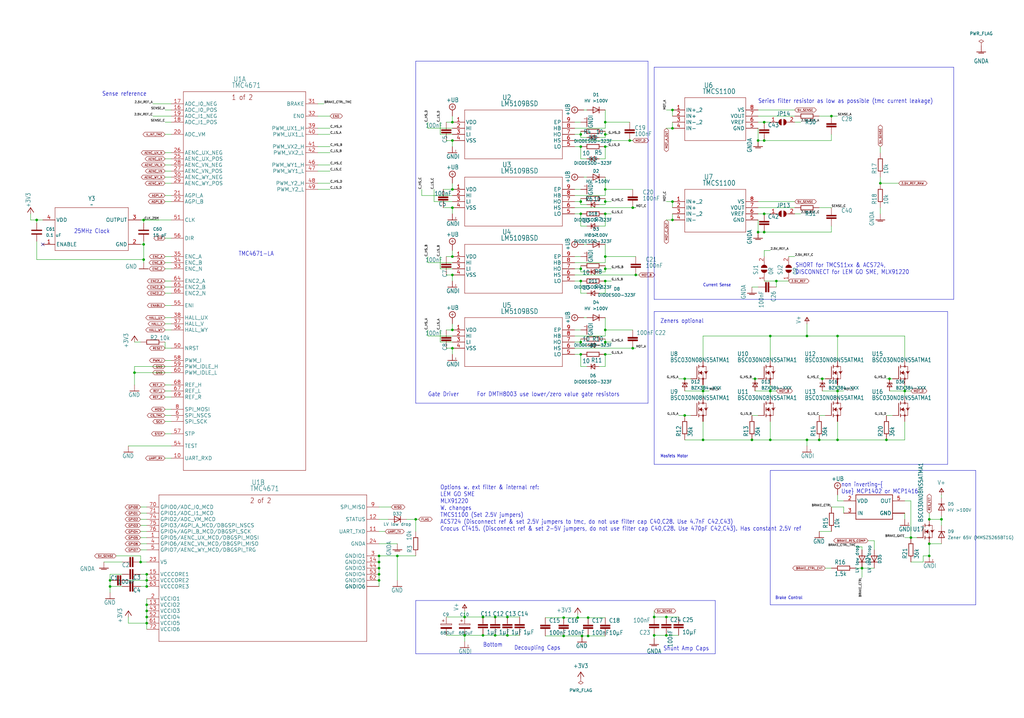
<source format=kicad_sch>
(kicad_sch
	(version 20250114)
	(generator "eeschema")
	(generator_version "9.0")
	(uuid "bf3e5894-6345-467b-b671-81e3583a96d0")
	(paper "User" 425.45 298.602)
	
	(text "Brake Control"
		(exclude_from_sim no)
		(at 322.072 249.428 0)
		(effects
			(font
				(size 1.27 1.0795)
			)
			(justify left bottom)
		)
		(uuid "00ecdc6f-9ce2-4ca6-8e84-ed99b1d1a5ae")
	)
	(text "Series filter resistor as low as possible (tmc current leakage)"
		(exclude_from_sim no)
		(at 314.96 43.18 0)
		(effects
			(font
				(size 1.778 1.5113)
			)
			(justify left bottom)
		)
		(uuid "0d17847c-bdb1-489f-9194-1a6ce82774f6")
	)
	(text "Gate Driver"
		(exclude_from_sim no)
		(at 177.8 165.1 0)
		(effects
			(font
				(size 1.778 1.5113)
			)
			(justify left bottom)
		)
		(uuid "3d7f2966-458b-4088-be8f-7df7c1c4341e")
	)
	(text "Options w. ext filter & internal ref:\nLEM GO SME\nMLX91220\nW. changes\nTMCS1100 (Set 2.5V jumpers)\nACS724 (Disconnect ref & set 2.5V jumpers to tmc, do not use filter cap C40,C28. Use 4.7nF C42,C43)\nCrocus CT415. (Disconnect ref & set 2-5V jumpers, do not use filter cap C40,C28. Use 470pF C42,C43). Has constant 2.5V ref~{}"
		(exclude_from_sim no)
		(at 182.88 220.98 0)
		(effects
			(font
				(size 1.778 1.5113)
			)
			(justify left bottom)
		)
		(uuid "430e25a1-bf5a-46be-a97d-9157452a8cfa")
	)
	(text "Bottom"
		(exclude_from_sim no)
		(at 200.66 269.24 0)
		(effects
			(font
				(size 1.778 1.5113)
			)
			(justify left bottom)
		)
		(uuid "560316d3-bd37-42d6-be37-2379d8c1127f")
	)
	(text "TMC4671-LA"
		(exclude_from_sim no)
		(at 99.06 106.68 0)
		(effects
			(font
				(size 1.778 1.5113)
			)
			(justify left bottom)
		)
		(uuid "79863b0f-8518-4192-8eaa-d9352c4663dd")
	)
	(text "25MHz Clock"
		(exclude_from_sim no)
		(at 30.734 97.282 0)
		(effects
			(font
				(size 1.778 1.5113)
			)
			(justify left bottom)
		)
		(uuid "8105dc39-b78d-40b6-815b-5ce22e43e644")
	)
	(text "non inverting~{\nUse} MCP1402 or MCP1416"
		(exclude_from_sim no)
		(at 349.504 205.486 0)
		(effects
			(font
				(size 1.778 1.5113)
			)
			(justify left bottom)
		)
		(uuid "82b550b5-ca97-4981-ad02-529bb7578005")
	)
	(text "Zeners optional"
		(exclude_from_sim no)
		(at 274.32 134.62 0)
		(effects
			(font
				(size 1.778 1.5113)
			)
			(justify left bottom)
		)
		(uuid "94e78267-3e1f-4ad2-8696-132ebb74f2f5")
	)
	(text "Shunt Amp Caps"
		(exclude_from_sim no)
		(at 275.59 270.764 0)
		(effects
			(font
				(size 1.778 1.5113)
			)
			(justify left bottom)
		)
		(uuid "9db88eb3-4cc7-4d60-b633-02757a88e6d9")
	)
	(text "Decoupling Caps"
		(exclude_from_sim no)
		(at 213.614 270.51 0)
		(effects
			(font
				(size 1.778 1.5113)
			)
			(justify left bottom)
		)
		(uuid "a6a7681f-9bf9-44eb-a0f8-e599e64ea64d")
	)
	(text "Mosfets Motor"
		(exclude_from_sim no)
		(at 274.32 190.5 0)
		(effects
			(font
				(size 1.27 1.0795)
			)
			(justify left bottom)
		)
		(uuid "b90562c3-9b01-48ca-8d65-3e311557017c")
	)
	(text "For DMTH8003 use lower/zero value gate resistors"
		(exclude_from_sim no)
		(at 198.12 165.1 0)
		(effects
			(font
				(size 1.778 1.5113)
			)
			(justify left bottom)
		)
		(uuid "c6509bbf-7ad3-4a84-90c1-e770e4ee555f")
	)
	(text "Sense reference"
		(exclude_from_sim no)
		(at 60.96 38.1 0)
		(effects
			(font
				(size 1.778 1.5113)
			)
			(justify right top)
		)
		(uuid "da12a43f-bdbf-4c36-a43f-367172dae8b0")
	)
	(text "Current Sense"
		(exclude_from_sim no)
		(at 292.1 119.38 0)
		(effects
			(font
				(size 1.27 1.0795)
			)
			(justify left bottom)
		)
		(uuid "ea3c590b-d528-418c-850f-ead21cee4fd4")
	)
	(text "SHORT for TMCS11xx & ACS724,\nDISCONNECT for LEM GO SME, MLX91220"
		(exclude_from_sim no)
		(at 330.454 114.3 0)
		(effects
			(font
				(size 1.778 1.5113)
			)
			(justify left bottom)
		)
		(uuid "fda36183-501e-4c0f-9d75-d56e88c2b62a")
	)
	(junction
		(at 193.04 264.16)
		(diameter 0)
		(color 0 0 0 0)
		(uuid "0036494e-a579-4125-b90e-98dadbdb6feb")
	)
	(junction
		(at 157.48 233.68)
		(diameter 0)
		(color 0 0 0 0)
		(uuid "00c80b2e-df59-4eb8-b46d-0ddaa74027ff")
	)
	(junction
		(at 251.46 60.96)
		(diameter 0)
		(color 0 0 0 0)
		(uuid "01a43f39-335f-465b-8955-1a0138bc41df")
	)
	(junction
		(at 322.58 116.84)
		(diameter 0)
		(color 0 0 0 0)
		(uuid "024251e1-edde-40a8-b267-d9944cf6319f")
	)
	(junction
		(at 347.98 182.88)
		(diameter 0)
		(color 0 0 0 0)
		(uuid "024d42c8-b22a-468f-93cf-8a534efcb7be")
	)
	(junction
		(at 187.96 114.3)
		(diameter 0)
		(color 0 0 0 0)
		(uuid "060da21f-e8b6-4fdf-9392-30b2609fd314")
	)
	(junction
		(at 45.72 243.84)
		(diameter 0)
		(color 0 0 0 0)
		(uuid "08440c1e-1b1b-4d09-af63-91f74818a406")
	)
	(junction
		(at 375.92 162.56)
		(diameter 0)
		(color 0 0 0 0)
		(uuid "0d88faf6-6509-4df6-9d42-409422505d03")
	)
	(junction
		(at 234.188 256.794)
		(diameter 0)
		(color 0 0 0 0)
		(uuid "105eed48-4f2a-4686-b658-9b495b8e92aa")
	)
	(junction
		(at 279.4 45.72)
		(diameter 0)
		(color 0 0 0 0)
		(uuid "11478e67-180e-414b-bf4c-8e05a94a23bf")
	)
	(junction
		(at 320.04 139.7)
		(diameter 0)
		(color 0 0 0 0)
		(uuid "124f0dde-264e-4e7e-96b7-8ce38555b086")
	)
	(junction
		(at 335.28 182.88)
		(diameter 0)
		(color 0 0 0 0)
		(uuid "1303ddf7-9adf-4150-aade-f819a84b6f95")
	)
	(junction
		(at 187.96 58.42)
		(diameter 0)
		(color 0 0 0 0)
		(uuid "1413821f-44e5-4423-826b-b0cb52dd6cc8")
	)
	(junction
		(at 187.96 86.36)
		(diameter 0)
		(color 0 0 0 0)
		(uuid "142a6c78-e665-4907-97a5-4a123b90922c")
	)
	(junction
		(at 320.04 162.56)
		(diameter 0)
		(color 0 0 0 0)
		(uuid "16774827-18d7-4041-a928-6d7777db0adf")
	)
	(junction
		(at 251.46 147.32)
		(diameter 0)
		(color 0 0 0 0)
		(uuid "195d9436-9d81-46b6-bc56-e442a7a708e4")
	)
	(junction
		(at 193.04 256.54)
		(diameter 0)
		(color 0 0 0 0)
		(uuid "1b3d1328-b886-4f51-afc6-984cc434931d")
	)
	(junction
		(at 200.66 256.54)
		(diameter 0)
		(color 0 0 0 0)
		(uuid "1df2d29d-6e61-4c7a-9dc4-8a0d09f5c989")
	)
	(junction
		(at 60.96 238.76)
		(diameter 0)
		(color 0 0 0 0)
		(uuid "1eee8373-dc3e-4111-9ccd-3cccddbdee84")
	)
	(junction
		(at 251.46 106.68)
		(diameter 0)
		(color 0 0 0 0)
		(uuid "26241ffb-a4c2-4c55-a31f-2a0912b1326e")
	)
	(junction
		(at 317.5 50.8)
		(diameter 0)
		(color 0 0 0 0)
		(uuid "2a2b5bb4-6c55-42d7-8368-c3d8af80b418")
	)
	(junction
		(at 335.28 139.7)
		(diameter 0)
		(color 0 0 0 0)
		(uuid "2a689c8e-0562-49a4-92d4-00e24ec34dcd")
	)
	(junction
		(at 284.48 157.48)
		(diameter 0)
		(color 0 0 0 0)
		(uuid "2af1e5c5-6d31-4694-9b1e-dea60c11ffd9")
	)
	(junction
		(at 60.96 256.54)
		(diameter 0)
		(color 0 0 0 0)
		(uuid "2b3b7cee-f0fb-426e-b77d-a7d29a1fdeb3")
	)
	(junction
		(at 165.1 231.14)
		(diameter 0)
		(color 0 0 0 0)
		(uuid "2b62bd6a-a0e8-4a7c-9fba-dd9e878d76c2")
	)
	(junction
		(at 187.96 78.74)
		(diameter 0)
		(color 0 0 0 0)
		(uuid "2c61c23c-b937-41e1-a069-596977c93103")
	)
	(junction
		(at 369.57 157.48)
		(diameter 0)
		(color 0 0 0 0)
		(uuid "2e4d9dd7-702e-4e73-b04f-da2b0881aacd")
	)
	(junction
		(at 241.3 88.9)
		(diameter 0)
		(color 0 0 0 0)
		(uuid "3209cc3d-c17e-4437-8308-482801ad36a9")
	)
	(junction
		(at 157.48 241.3)
		(diameter 0)
		(color 0 0 0 0)
		(uuid "33611268-b60b-4016-982a-470897dede15")
	)
	(junction
		(at 262.89 86.36)
		(diameter 0)
		(color 0 0 0 0)
		(uuid "38964768-6296-448a-846d-e7f8bacec9d3")
	)
	(junction
		(at 205.74 264.16)
		(diameter 0)
		(color 0 0 0 0)
		(uuid "3a329889-1ae1-4ffa-930f-e96668a3ec0a")
	)
	(junction
		(at 60.96 243.84)
		(diameter 0)
		(color 0 0 0 0)
		(uuid "3a83b426-8fee-4bf2-8129-bb33ca262d84")
	)
	(junction
		(at 292.1 182.88)
		(diameter 0)
		(color 0 0 0 0)
		(uuid "40271084-8fbf-47ce-b06f-bc0d83347ff9")
	)
	(junction
		(at 386.08 215.9)
		(diameter 0)
		(color 0 0 0 0)
		(uuid "428be59e-d2c2-4055-b5eb-f82af773603c")
	)
	(junction
		(at 340.36 182.88)
		(diameter 0)
		(color 0 0 0 0)
		(uuid "46aed03f-0a74-4988-8287-38e130933720")
	)
	(junction
		(at 251.46 50.8)
		(diameter 0)
		(color 0 0 0 0)
		(uuid "46e3e1e8-cd3f-4f7a-96ca-e3b8b9b467e0")
	)
	(junction
		(at 187.96 137.16)
		(diameter 0)
		(color 0 0 0 0)
		(uuid "47dbb05d-3ae6-4b98-9ae2-6a3c733dea39")
	)
	(junction
		(at 200.66 264.16)
		(diameter 0)
		(color 0 0 0 0)
		(uuid "48dbe2d8-186f-4540-a44f-b290a74a0866")
	)
	(junction
		(at 284.48 172.72)
		(diameter 0)
		(color 0 0 0 0)
		(uuid "4d7936d6-e1b3-4874-9d53-ca4729188f0e")
	)
	(junction
		(at 341.63 157.48)
		(diameter 0)
		(color 0 0 0 0)
		(uuid "4e585f08-535b-4c74-9761-d12e67a20860")
	)
	(junction
		(at 60.96 259.08)
		(diameter 0)
		(color 0 0 0 0)
		(uuid "52910e08-8f8b-4241-a6fb-38bd3df69d97")
	)
	(junction
		(at 317.5 88.9)
		(diameter 0)
		(color 0 0 0 0)
		(uuid "551caa83-516a-4b4d-8bd5-a285cd4a2898")
	)
	(junction
		(at 386.08 226.06)
		(diameter 0)
		(color 0 0 0 0)
		(uuid "55aa5b0c-14d2-4063-b349-acced83f24b3")
	)
	(junction
		(at 279.4 91.44)
		(diameter 0)
		(color 0 0 0 0)
		(uuid "57cb7572-70f7-485c-9d07-f3d3a481e7bd")
	)
	(junction
		(at 59.69 101.6)
		(diameter 0)
		(color 0 0 0 0)
		(uuid "5922faa2-b6ee-4d1e-b0fd-abecb7cbddc5")
	)
	(junction
		(at 187.96 50.8)
		(diameter 0)
		(color 0 0 0 0)
		(uuid "599f3953-4d3a-45fe-a2dd-5e8d594c5325")
	)
	(junction
		(at 205.74 256.54)
		(diameter 0)
		(color 0 0 0 0)
		(uuid "5a4849d7-a694-4187-83fc-dba6c2cfa041")
	)
	(junction
		(at 276.86 256.54)
		(diameter 0)
		(color 0 0 0 0)
		(uuid "5c9cec4d-d9ae-4ee6-9060-1858741f8d18")
	)
	(junction
		(at 292.1 162.56)
		(diameter 0)
		(color 0 0 0 0)
		(uuid "618d0d02-ed76-4c7c-ba2c-10bec93994f3")
	)
	(junction
		(at 157.48 238.76)
		(diameter 0)
		(color 0 0 0 0)
		(uuid "622b8970-63e0-4e62-9b95-56e5b22c727c")
	)
	(junction
		(at 251.46 78.74)
		(diameter 0)
		(color 0 0 0 0)
		(uuid "628a2bbc-46f7-4dd4-92cd-ee80341b1b65")
	)
	(junction
		(at 365.76 76.2)
		(diameter 0)
		(color 0 0 0 0)
		(uuid "653019e0-8b68-420a-b738-fc2f6d63304e")
	)
	(junction
		(at 187.96 144.78)
		(diameter 0)
		(color 0 0 0 0)
		(uuid "65dffa4b-ca40-4d95-a7a8-888832893f7c")
	)
	(junction
		(at 391.16 215.9)
		(diameter 0)
		(color 0 0 0 0)
		(uuid "67e20f9c-496b-4285-900f-6ef187817665")
	)
	(junction
		(at 15.24 91.44)
		(diameter 0)
		(color 0 0 0 0)
		(uuid "6c0cd984-5d87-49f0-9de3-1a38a1f0a7d1")
	)
	(junction
		(at 60.96 254)
		(diameter 0)
		(color 0 0 0 0)
		(uuid "704f759f-9aef-4227-bb0a-1c809dce9423")
	)
	(junction
		(at 60.96 241.3)
		(diameter 0)
		(color 0 0 0 0)
		(uuid "733bcfae-e9cb-464d-8d92-4b29d63f08cd")
	)
	(junction
		(at 210.82 264.16)
		(diameter 0)
		(color 0 0 0 0)
		(uuid "7cf06c62-43a2-428f-9b44-22e9778e7926")
	)
	(junction
		(at 347.98 139.7)
		(diameter 0)
		(color 0 0 0 0)
		(uuid "8252fdae-5644-4f54-b04b-184410fca4af")
	)
	(junction
		(at 317.5 96.52)
		(diameter 0)
		(color 0 0 0 0)
		(uuid "83bb9988-4f7d-4818-b37c-603913973a70")
	)
	(junction
		(at 312.42 182.88)
		(diameter 0)
		(color 0 0 0 0)
		(uuid "8460cc9f-f9cb-47d2-aa2e-eafc2dbe3471")
	)
	(junction
		(at 251.46 88.9)
		(diameter 0)
		(color 0 0 0 0)
		(uuid "8a67ff21-fb33-415c-a589-0a91293e749d")
	)
	(junction
		(at 386.08 231.14)
		(diameter 0)
		(color 0 0 0 0)
		(uuid "8a6a8053-bc5f-4d0c-b835-738c5f68245c")
	)
	(junction
		(at 261.62 58.42)
		(diameter 0)
		(color 0 0 0 0)
		(uuid "8b3e978b-d4c1-436c-8e4b-326a70bff665")
	)
	(junction
		(at 55.88 154.94)
		(diameter 0)
		(color 0 0 0 0)
		(uuid "8c0bccfe-45e4-4bc5-b0a0-658f5a2a9478")
	)
	(junction
		(at 241.3 111.76)
		(diameter 0)
		(color 0 0 0 0)
		(uuid "92b7279e-e525-429d-91b7-be12d0ebc875")
	)
	(junction
		(at 276.86 264.16)
		(diameter 0)
		(color 0 0 0 0)
		(uuid "957d887c-d38b-4ce3-88d5-c82956894374")
	)
	(junction
		(at 345.44 48.26)
		(diameter 0)
		(color 0 0 0 0)
		(uuid "96f2eb58-a49e-4218-a3b8-57ee191162c5")
	)
	(junction
		(at 210.82 256.54)
		(diameter 0)
		(color 0 0 0 0)
		(uuid "97d2b878-e065-4e90-9c04-45cf679e0767")
	)
	(junction
		(at 314.96 96.52)
		(diameter 0)
		(color 0 0 0 0)
		(uuid "9b3f8cb8-e59f-47d4-8557-5de0b6b19ba4")
	)
	(junction
		(at 378.46 223.52)
		(diameter 0)
		(color 0 0 0 0)
		(uuid "9f18fc77-e62b-48a9-bafb-2d4d95716b2f")
	)
	(junction
		(at 60.96 251.46)
		(diameter 0)
		(color 0 0 0 0)
		(uuid "9f4cc295-cd5c-408f-a5f4-2a706fd305b9")
	)
	(junction
		(at 264.16 114.3)
		(diameter 0)
		(color 0 0 0 0)
		(uuid "a0b3fd09-7527-4094-9221-a8f42ce99785")
	)
	(junction
		(at 241.3 116.84)
		(diameter 0)
		(color 0 0 0 0)
		(uuid "a52f1c5b-6120-4b81-8593-c5c160a2ceff")
	)
	(junction
		(at 241.3 83.82)
		(diameter 0)
		(color 0 0 0 0)
		(uuid "a677f9a5-179b-476c-841e-f5c84a93cca9")
	)
	(junction
		(at 251.46 83.82)
		(diameter 0)
		(color 0 0 0 0)
		(uuid "a94998b4-0bb0-42ad-8971-28a7ae4bec4d")
	)
	(junction
		(at 59.69 91.44)
		(diameter 0)
		(color 0 0 0 0)
		(uuid "aa52867f-0094-4327-bc91-e3d69bf2fafc")
	)
	(junction
		(at 240.03 256.794)
		(diameter 0)
		(color 0 0 0 0)
		(uuid "aa5bdffc-cbbc-4f2f-8d49-ab385083d80d")
	)
	(junction
		(at 187.96 106.68)
		(diameter 0)
		(color 0 0 0 0)
		(uuid "abb5e864-165c-446a-923d-b4ba9d233681")
	)
	(junction
		(at 241.3 147.32)
		(diameter 0)
		(color 0 0 0 0)
		(uuid "aee2f736-4bab-442d-ae76-85d12d462959")
	)
	(junction
		(at 271.78 264.16)
		(diameter 0)
		(color 0 0 0 0)
		(uuid "b0529480-688a-4129-ae65-13538e77f860")
	)
	(junction
		(at 251.46 116.84)
		(diameter 0)
		(color 0 0 0 0)
		(uuid "c2d4cd92-ba0f-482d-8280-25844d77a868")
	)
	(junction
		(at 317.5 58.42)
		(diameter 0)
		(color 0 0 0 0)
		(uuid "c3102d3c-07ba-46ec-852f-be6b34406650")
	)
	(junction
		(at 313.69 157.48)
		(diameter 0)
		(color 0 0 0 0)
		(uuid "c3ab2bca-da8f-4e50-a5f1-9e731e1741c7")
	)
	(junction
		(at 157.48 231.14)
		(diameter 0)
		(color 0 0 0 0)
		(uuid "c43cad08-9734-458c-82cf-b507997c56d8")
	)
	(junction
		(at 320.04 182.88)
		(diameter 0)
		(color 0 0 0 0)
		(uuid "cee30e5c-835e-4715-832d-ebfc7c783189")
	)
	(junction
		(at 172.72 215.9)
		(diameter 0)
		(color 0 0 0 0)
		(uuid "cf3703e2-7956-4410-9e72-ecb097acbddd")
	)
	(junction
		(at 251.46 55.88)
		(diameter 0)
		(color 0 0 0 0)
		(uuid "d46f7576-0370-4eb0-8a7a-de77f95a5134")
	)
	(junction
		(at 58.42 233.68)
		(diameter 0)
		(color 0 0 0 0)
		(uuid "d670d0ec-b5a2-49c4-ac47-61eab0996685")
	)
	(junction
		(at 271.78 256.54)
		(diameter 0)
		(color 0 0 0 0)
		(uuid "d9412d9d-5679-4d0c-8869-cdb238a52443")
	)
	(junction
		(at 59.69 107.95)
		(diameter 0)
		(color 0 0 0 0)
		(uuid "da48f7fb-3898-478b-9493-37fcf28825b2")
	)
	(junction
		(at 262.89 144.78)
		(diameter 0)
		(color 0 0 0 0)
		(uuid "dc159e16-47bf-4de5-9ae0-f8b1045ffed3")
	)
	(junction
		(at 241.3 60.96)
		(diameter 0)
		(color 0 0 0 0)
		(uuid "df139927-071f-4683-b4a3-eac70e9afb59")
	)
	(junction
		(at 244.348 256.794)
		(diameter 0)
		(color 0 0 0 0)
		(uuid "e34f5023-6dda-4a2e-a719-b0081a6a1851")
	)
	(junction
		(at 45.72 241.3)
		(diameter 0)
		(color 0 0 0 0)
		(uuid "e363e787-1c33-46fc-ab66-5898243c9615")
	)
	(junction
		(at 314.96 58.42)
		(diameter 0)
		(color 0 0 0 0)
		(uuid "e3cd7482-af5a-4357-ae52-a3fbcd1e2bc0")
	)
	(junction
		(at 157.48 236.22)
		(diameter 0)
		(color 0 0 0 0)
		(uuid "e58aa438-f36f-4984-98f6-2ed3f53158a9")
	)
	(junction
		(at 244.348 264.414)
		(diameter 0)
		(color 0 0 0 0)
		(uuid "e8749f93-8dca-42aa-9f74-96a83df1f920")
	)
	(junction
		(at 241.808 264.414)
		(diameter 0)
		(color 0 0 0 0)
		(uuid "eab92af4-4798-417e-b728-ad5a9d8398c0")
	)
	(junction
		(at 279.4 53.34)
		(diameter 0)
		(color 0 0 0 0)
		(uuid "eab93512-0fb5-455b-9b14-44bb3298bc6d")
	)
	(junction
		(at 234.188 264.414)
		(diameter 0)
		(color 0 0 0 0)
		(uuid "ecc5fbfe-c254-4361-96ad-ed65f2e6e477")
	)
	(junction
		(at 279.4 83.82)
		(diameter 0)
		(color 0 0 0 0)
		(uuid "ecc6aae6-85d0-4b5a-886e-3f9e57ab1623")
	)
	(junction
		(at 251.46 111.76)
		(diameter 0)
		(color 0 0 0 0)
		(uuid "ed276807-dc9e-4046-ac32-f64699ede784")
	)
	(junction
		(at 241.3 142.24)
		(diameter 0)
		(color 0 0 0 0)
		(uuid "ee8f73a9-ecce-48b5-993a-70b45b15b26e")
	)
	(junction
		(at 368.3 182.88)
		(diameter 0)
		(color 0 0 0 0)
		(uuid "f12d221b-3a68-49b5-a77f-c75d9180ed30")
	)
	(junction
		(at 347.98 162.56)
		(diameter 0)
		(color 0 0 0 0)
		(uuid "f1c7d981-3005-4e6f-abb4-26fb3ff7b6d5")
	)
	(junction
		(at 251.46 142.24)
		(diameter 0)
		(color 0 0 0 0)
		(uuid "f9368ba5-8c30-4662-b33f-0ec2d0750021")
	)
	(junction
		(at 241.3 55.88)
		(diameter 0)
		(color 0 0 0 0)
		(uuid "fb3ac2a4-35a7-419c-96f5-ed606d9fe7f0")
	)
	(junction
		(at 358.14 236.22)
		(diameter 0)
		(color 0 0 0 0)
		(uuid "fb4e975a-3239-490e-b4c5-f36d7fbf92f4")
	)
	(junction
		(at 251.46 137.16)
		(diameter 0)
		(color 0 0 0 0)
		(uuid "fdae8c00-db4a-4125-8ba5-14b72f2c4500")
	)
	(no_connect
		(at 17.78 101.6)
		(uuid "2ae5a1ed-a901-4c9d-80bf-f2b4dada609b")
	)
	(wire
		(pts
			(xy 378.46 223.52) (xy 375.92 223.52)
		)
		(stroke
			(width 0.1524)
			(type solid)
		)
		(uuid "002bd728-91da-46c3-a9d5-63928823295a")
	)
	(wire
		(pts
			(xy 71.12 127) (xy 68.58 127)
		)
		(stroke
			(width 0.1524)
			(type solid)
		)
		(uuid "00792a98-3022-4825-b516-afc78dd31a63")
	)
	(wire
		(pts
			(xy 50.8 243.84) (xy 45.72 243.84)
		)
		(stroke
			(width 0.1524)
			(type solid)
		)
		(uuid "00a74a65-7588-435f-835d-02712655038c")
	)
	(wire
		(pts
			(xy 241.3 140.97) (xy 241.3 142.24)
		)
		(stroke
			(width 0)
			(type default)
		)
		(uuid "0140627c-07af-4c8b-b2c5-149422c5c555")
	)
	(wire
		(pts
			(xy 132.08 55.88) (xy 137.16 55.88)
		)
		(stroke
			(width 0.1524)
			(type solid)
		)
		(uuid "01e63718-7ff3-41a8-b11a-01049c2d8cda")
	)
	(wire
		(pts
			(xy 157.48 231.14) (xy 165.1 231.14)
		)
		(stroke
			(width 0.1524)
			(type solid)
		)
		(uuid "021db6b1-d9ee-4c66-ab84-af2f63160d5f")
	)
	(wire
		(pts
			(xy 157.48 233.68) (xy 157.48 231.14)
		)
		(stroke
			(width 0.1524)
			(type solid)
		)
		(uuid "0306cb3f-2142-4cfc-a436-c1a70e95baa8")
	)
	(wire
		(pts
			(xy 347.98 48.26) (xy 345.44 48.26)
		)
		(stroke
			(width 0.1524)
			(type solid)
		)
		(uuid "04399a8c-1319-4774-9310-5a6d3373641b")
	)
	(wire
		(pts
			(xy 244.348 256.794) (xy 251.46 256.794)
		)
		(stroke
			(width 0.1524)
			(type solid)
		)
		(uuid "0472331c-34aa-4dc1-96c7-1bfbd0d07492")
	)
	(wire
		(pts
			(xy 242.57 45.72) (xy 243.84 45.72)
		)
		(stroke
			(width 0)
			(type default)
		)
		(uuid "054a7035-60c6-432f-99ce-30ecb77f8e1b")
	)
	(wire
		(pts
			(xy 279.4 45.72) (xy 276.86 45.72)
		)
		(stroke
			(width 0.1524)
			(type solid)
		)
		(uuid "0553252f-f74c-49a7-812b-f9ee3f7882da")
	)
	(wire
		(pts
			(xy 60.96 238.76) (xy 60.96 241.3)
		)
		(stroke
			(width 0.1524)
			(type solid)
		)
		(uuid "058eb4bc-e03f-4d0a-b4b8-8565a6bab0e8")
	)
	(wire
		(pts
			(xy 241.3 143.51) (xy 241.3 142.24)
		)
		(stroke
			(width 0.1524)
			(type solid)
		)
		(uuid "079b5409-f507-4733-81f6-328e69834d9e")
	)
	(wire
		(pts
			(xy 244.348 264.414) (xy 251.46 264.414)
		)
		(stroke
			(width 0.1524)
			(type solid)
		)
		(uuid "08846cdb-aa77-4e94-9619-756e7061f086")
	)
	(wire
		(pts
			(xy 335.28 139.7) (xy 335.28 134.62)
		)
		(stroke
			(width 0.1524)
			(type solid)
		)
		(uuid "09d2cef7-3f0f-4f86-957d-5165ccc2184f")
	)
	(wire
		(pts
			(xy 241.3 116.84) (xy 238.76 116.84)
		)
		(stroke
			(width 0.1524)
			(type solid)
		)
		(uuid "0a324176-d2e6-4f75-8a02-60b39d94ee63")
	)
	(wire
		(pts
			(xy 347.98 149.86) (xy 347.98 139.7)
		)
		(stroke
			(width 0.1524)
			(type solid)
		)
		(uuid "0abe9ef4-8b91-41cc-9775-c38ffde8de6d")
	)
	(wire
		(pts
			(xy 58.42 233.68) (xy 58.42 231.14)
		)
		(stroke
			(width 0.1524)
			(type solid)
		)
		(uuid "0ae47f01-41e6-48f7-810b-643a8c8c3b72")
	)
	(wire
		(pts
			(xy 264.16 144.78) (xy 262.89 144.78)
		)
		(stroke
			(width 0.1524)
			(type solid)
		)
		(uuid "0aeabd0d-b3c3-4129-9715-efeda72474d6")
	)
	(wire
		(pts
			(xy 193.04 266.7) (xy 193.04 264.16)
		)
		(stroke
			(width 0.1524)
			(type solid)
		)
		(uuid "0d46f335-1f63-427b-8265-af2783754421")
	)
	(wire
		(pts
			(xy 71.12 68.58) (xy 68.58 68.58)
		)
		(stroke
			(width 0.1524)
			(type solid)
		)
		(uuid "0dd5c3b0-682a-4be6-ae71-3b4ba7d01ec7")
	)
	(polyline
		(pts
			(xy 271.78 124.46) (xy 396.24 124.46)
		)
		(stroke
			(width 0.1524)
			(type solid)
		)
		(uuid "0e892703-59cd-471a-9fed-56a1de021dc1")
	)
	(wire
		(pts
			(xy 248.92 152.4) (xy 251.46 152.4)
		)
		(stroke
			(width 0.1524)
			(type solid)
		)
		(uuid "0f237859-4d55-4068-8f51-1de59caf5382")
	)
	(wire
		(pts
			(xy 243.84 113.03) (xy 241.3 113.03)
		)
		(stroke
			(width 0.1524)
			(type solid)
		)
		(uuid "0fdd76b1-49d3-4ed7-bf51-e270c764b48d")
	)
	(wire
		(pts
			(xy 157.48 241.3) (xy 157.48 238.76)
		)
		(stroke
			(width 0.1524)
			(type solid)
		)
		(uuid "10ab804a-a9c0-4d10-82e5-61d50e5fb41b")
	)
	(wire
		(pts
			(xy 226.568 256.794) (xy 234.188 256.794)
		)
		(stroke
			(width 0.1524)
			(type solid)
		)
		(uuid "10af8ed9-48a1-443f-aaf1-6927037606f3")
	)
	(wire
		(pts
			(xy 168.91 215.9) (xy 172.72 215.9)
		)
		(stroke
			(width 0.1524)
			(type solid)
		)
		(uuid "11683425-3add-4628-bdf7-3bd3e5cf45ff")
	)
	(wire
		(pts
			(xy 238.76 86.36) (xy 262.89 86.36)
		)
		(stroke
			(width 0.1524)
			(type solid)
		)
		(uuid "122d744b-23aa-48a9-a63c-bcc488bb2545")
	)
	(wire
		(pts
			(xy 375.92 162.56) (xy 378.46 162.56)
		)
		(stroke
			(width 0.1524)
			(type solid)
		)
		(uuid "1282393e-7968-463f-b71d-c1c4fefeef06")
	)
	(wire
		(pts
			(xy 386.08 215.9) (xy 391.16 215.9)
		)
		(stroke
			(width 0.1524)
			(type solid)
		)
		(uuid "12c86425-2ecc-494a-83c4-54f0533d3a03")
	)
	(wire
		(pts
			(xy 180.34 83.82) (xy 180.34 78.74)
		)
		(stroke
			(width 0.1524)
			(type solid)
		)
		(uuid "12cf9e1e-7f30-4956-a311-fed2e3299084")
	)
	(wire
		(pts
			(xy 187.96 78.74) (xy 187.96 76.2)
		)
		(stroke
			(width 0.1524)
			(type solid)
		)
		(uuid "12d1ee97-b11f-4491-87ca-0e39c3e0ae48")
	)
	(wire
		(pts
			(xy 60.96 241.3) (xy 60.96 243.84)
		)
		(stroke
			(width 0.1524)
			(type solid)
		)
		(uuid "13d34b1f-f028-4506-b0e0-0225fb29761b")
	)
	(wire
		(pts
			(xy 243.84 57.15) (xy 241.3 57.15)
		)
		(stroke
			(width 0.1524)
			(type solid)
		)
		(uuid "13fac01f-adf9-427d-9e89-964057f0ee6a")
	)
	(wire
		(pts
			(xy 320.04 162.56) (xy 320.04 165.1)
		)
		(stroke
			(width 0.1524)
			(type solid)
		)
		(uuid "167158b2-4da8-4a74-abf5-c81f4db49f5a")
	)
	(wire
		(pts
			(xy 241.3 83.82) (xy 238.76 83.82)
		)
		(stroke
			(width 0.1524)
			(type solid)
		)
		(uuid "17122718-00ce-4fc6-bad5-6d5f65b3eb25")
	)
	(polyline
		(pts
			(xy 271.78 129.54) (xy 393.7 129.54)
		)
		(stroke
			(width 0.1524)
			(type solid)
		)
		(uuid "17c02c4a-13e1-4e76-aa20-8c19a3ea2d2d")
	)
	(wire
		(pts
			(xy 71.12 111.76) (xy 68.58 111.76)
		)
		(stroke
			(width 0.1524)
			(type solid)
		)
		(uuid "1a29df34-9878-439a-ba52-76bc4eccce15")
	)
	(wire
		(pts
			(xy 177.8 109.22) (xy 177.8 106.68)
		)
		(stroke
			(width 0.1524)
			(type solid)
		)
		(uuid "1b692d77-5087-4740-b147-bedff4483427")
	)
	(wire
		(pts
			(xy 251.46 143.51) (xy 251.46 142.24)
		)
		(stroke
			(width 0.1524)
			(type solid)
		)
		(uuid "1b784d9f-6224-4579-aee1-7a0373de27bd")
	)
	(wire
		(pts
			(xy 50.8 233.68) (xy 43.18 233.68)
		)
		(stroke
			(width 0.1524)
			(type solid)
		)
		(uuid "1c620abd-a9b8-488d-ac70-b897ca4b2bf4")
	)
	(wire
		(pts
			(xy 241.3 152.4) (xy 241.3 147.32)
		)
		(stroke
			(width 0.1524)
			(type solid)
		)
		(uuid "1cae82f5-1a0d-4342-8094-5c16570044e0")
	)
	(wire
		(pts
			(xy 391.16 205.74) (xy 391.16 207.01)
		)
		(stroke
			(width 0)
			(type default)
		)
		(uuid "1d931174-c768-47ea-82c3-558ddf1f55d0")
	)
	(polyline
		(pts
			(xy 172.72 271.78) (xy 172.72 249.682)
		)
		(stroke
			(width 0.1524)
			(type solid)
		)
		(uuid "1daa9aa1-8471-488d-b76f-96ff17bf5377")
	)
	(wire
		(pts
			(xy 292.1 162.56) (xy 292.1 165.1)
		)
		(stroke
			(width 0.1524)
			(type solid)
		)
		(uuid "1f91e315-cb0d-44e2-bfde-96c4874072de")
	)
	(wire
		(pts
			(xy 157.48 243.84) (xy 157.48 241.3)
		)
		(stroke
			(width 0.1524)
			(type solid)
		)
		(uuid "1f9cc273-e4a8-466d-ac1e-22e0e2720f75")
	)
	(wire
		(pts
			(xy 71.12 45.72) (xy 68.58 45.72)
		)
		(stroke
			(width 0.1524)
			(type solid)
		)
		(uuid "20b505eb-dbd2-4948-8de9-3e792d998d92")
	)
	(wire
		(pts
			(xy 45.72 238.76) (xy 50.8 238.76)
		)
		(stroke
			(width 0.1524)
			(type solid)
		)
		(uuid "20da551c-4fb8-4307-9c1d-298e3f9cfeca")
	)
	(wire
		(pts
			(xy 279.4 83.82) (xy 279.4 86.36)
		)
		(stroke
			(width 0.1524)
			(type solid)
		)
		(uuid "2108eff1-6589-4e64-b503-489d66b332ad")
	)
	(wire
		(pts
			(xy 60.96 259.08) (xy 60.96 256.54)
		)
		(stroke
			(width 0.1524)
			(type solid)
		)
		(uuid "21152bed-5996-42c7-b062-42cb4d5730ff")
	)
	(wire
		(pts
			(xy 375.92 162.56) (xy 375.92 165.1)
		)
		(stroke
			(width 0.1524)
			(type solid)
		)
		(uuid "21cb9dc2-0563-4cf9-a32b-355ede93679e")
	)
	(wire
		(pts
			(xy 59.69 109.22) (xy 59.69 107.95)
		)
		(stroke
			(width 0)
			(type default)
		)
		(uuid "223813ff-61fa-46f4-a7b4-c5fb328c5623")
	)
	(wire
		(pts
			(xy 71.12 48.26) (xy 63.5 48.26)
		)
		(stroke
			(width 0.1524)
			(type solid)
		)
		(uuid "22bf7712-aca6-4758-a1a2-e72115961b27")
	)
	(wire
		(pts
			(xy 369.57 162.56) (xy 375.92 162.56)
		)
		(stroke
			(width 0.1524)
			(type solid)
		)
		(uuid "22d2ac87-478d-435c-aa8f-ec77e3aad291")
	)
	(wire
		(pts
			(xy 234.188 264.414) (xy 241.808 264.414)
		)
		(stroke
			(width 0.1524)
			(type solid)
		)
		(uuid "23148f4b-da46-465c-ab49-38f9a861da58")
	)
	(wire
		(pts
			(xy 173.99 215.9) (xy 172.72 215.9)
		)
		(stroke
			(width 0.1524)
			(type solid)
		)
		(uuid "23c70c02-a028-4ff0-b6ca-a3dbc984e542")
	)
	(wire
		(pts
			(xy 71.12 165.1) (xy 68.58 165.1)
		)
		(stroke
			(width 0.1524)
			(type solid)
		)
		(uuid "23cfab24-897a-4d62-9ad8-15367f175ac7")
	)
	(wire
		(pts
			(xy 347.98 162.56) (xy 341.63 162.56)
		)
		(stroke
			(width 0.1524)
			(type solid)
		)
		(uuid "242174d2-369e-4360-a8e2-c188e60bf6f7")
	)
	(wire
		(pts
			(xy 292.1 182.88) (xy 312.42 182.88)
		)
		(stroke
			(width 0.1524)
			(type solid)
		)
		(uuid "246ada35-ada8-460b-9566-3fd452e2c554")
	)
	(wire
		(pts
			(xy 58.42 91.44) (xy 59.69 91.44)
		)
		(stroke
			(width 0)
			(type default)
		)
		(uuid "253e046d-8471-4dc6-8627-10b445f132c3")
	)
	(wire
		(pts
			(xy 248.92 66.04) (xy 251.46 66.04)
		)
		(stroke
			(width 0.1524)
			(type solid)
		)
		(uuid "25750215-91d9-4894-9784-7341ce85362e")
	)
	(wire
		(pts
			(xy 177.8 53.34) (xy 177.8 50.8)
		)
		(stroke
			(width 0.1524)
			(type solid)
		)
		(uuid "2a3eca4f-3fa7-47ed-9b59-9670b1f5048c")
	)
	(wire
		(pts
			(xy 187.96 58.42) (xy 185.42 58.42)
		)
		(stroke
			(width 0.1524)
			(type solid)
		)
		(uuid "2acc149f-7901-434a-96e8-2ad560808dcb")
	)
	(polyline
		(pts
			(xy 393.7 193.04) (xy 271.78 193.04)
		)
		(stroke
			(width 0.1524)
			(type solid)
		)
		(uuid "2aea427d-41b1-48ad-aaa4-6230a1cacb57")
	)
	(wire
		(pts
			(xy 71.12 134.62) (xy 68.58 134.62)
		)
		(stroke
			(width 0.1524)
			(type solid)
		)
		(uuid "2b5e8296-8c5d-4d97-a9d0-e1ce9acee706")
	)
	(wire
		(pts
			(xy 200.66 256.54) (xy 205.74 256.54)
		)
		(stroke
			(width 0.1524)
			(type solid)
		)
		(uuid "2bffa3c5-cf38-43a1-9aae-e82f5214deae")
	)
	(wire
		(pts
			(xy 241.3 113.03) (xy 241.3 111.76)
		)
		(stroke
			(width 0.1524)
			(type solid)
		)
		(uuid "2c4f6c3e-7971-4b2a-8b48-55666decb35a")
	)
	(wire
		(pts
			(xy 243.84 66.04) (xy 241.3 66.04)
		)
		(stroke
			(width 0.1524)
			(type solid)
		)
		(uuid "2dddff22-6eaf-43aa-a1da-c7893eff687f")
	)
	(wire
		(pts
			(xy 330.2 50.8) (xy 332.74 50.8)
		)
		(stroke
			(width 0.1524)
			(type solid)
		)
		(uuid "2e36204b-7dc9-4da3-b71b-be96ab8aaa98")
	)
	(wire
		(pts
			(xy 314.96 58.42) (xy 317.5 58.42)
		)
		(stroke
			(width 0.1524)
			(type solid)
		)
		(uuid "2e3a3686-10e4-4c94-b883-c1afd4dcd8ee")
	)
	(wire
		(pts
			(xy 248.92 93.98) (xy 251.46 93.98)
		)
		(stroke
			(width 0.1524)
			(type solid)
		)
		(uuid "2f03dc61-1c6c-4dc7-a208-8122227b5cbc")
	)
	(wire
		(pts
			(xy 71.12 63.5) (xy 68.58 63.5)
		)
		(stroke
			(width 0.1524)
			(type solid)
		)
		(uuid "2f91d26f-c16b-4097-b414-32cd1259cf8b")
	)
	(wire
		(pts
			(xy 335.28 182.88) (xy 335.28 185.42)
		)
		(stroke
			(width 0.1524)
			(type solid)
		)
		(uuid "3022838d-a532-4aaa-ad49-347a7c789b4f")
	)
	(wire
		(pts
			(xy 314.96 53.34) (xy 314.96 58.42)
		)
		(stroke
			(width 0.1524)
			(type solid)
		)
		(uuid "30e88f26-23dc-4fbb-917d-a1870ee342d5")
	)
	(wire
		(pts
			(xy 386.08 226.06) (xy 391.16 226.06)
		)
		(stroke
			(width 0.1524)
			(type solid)
		)
		(uuid "30ea8d57-ae94-403a-b9b1-aae84cab393f")
	)
	(wire
		(pts
			(xy 134.62 43.18) (xy 132.08 43.18)
		)
		(stroke
			(width 0.1524)
			(type solid)
		)
		(uuid "31c63d52-b72d-4e53-8845-addaa84897e7")
	)
	(wire
		(pts
			(xy 241.3 142.24) (xy 238.76 142.24)
		)
		(stroke
			(width 0.1524)
			(type solid)
		)
		(uuid "32d86772-1799-40b7-9747-1ae50916e7b4")
	)
	(wire
		(pts
			(xy 60.96 243.84) (xy 58.42 243.84)
		)
		(stroke
			(width 0.1524)
			(type solid)
		)
		(uuid "332739b3-668d-4a91-bd5f-be5f518fb860")
	)
	(wire
		(pts
			(xy 314.96 172.72) (xy 312.42 172.72)
		)
		(stroke
			(width 0.1524)
			(type solid)
		)
		(uuid "335d955a-763b-44e5-bfc7-2a9e15426002")
	)
	(wire
		(pts
			(xy 71.12 175.26) (xy 68.58 175.26)
		)
		(stroke
			(width 0.1524)
			(type solid)
		)
		(uuid "339dea07-5bbe-41d2-a635-eea0edf8dfd1")
	)
	(wire
		(pts
			(xy 317.5 104.14) (xy 320.04 104.14)
		)
		(stroke
			(width 0.1524)
			(type solid)
		)
		(uuid "33d5b72b-684d-49fe-9d88-d77728f1f203")
	)
	(wire
		(pts
			(xy 317.5 106.68) (xy 317.5 104.14)
		)
		(stroke
			(width 0.1524)
			(type solid)
		)
		(uuid "34425f14-7a61-402f-bf25-d01f45f862fc")
	)
	(wire
		(pts
			(xy 292.1 162.56) (xy 284.48 162.56)
		)
		(stroke
			(width 0.1524)
			(type solid)
		)
		(uuid "35669077-aa2a-4ad7-a4a7-677ec3c6dfc7")
	)
	(wire
		(pts
			(xy 251.46 85.09) (xy 248.92 85.09)
		)
		(stroke
			(width 0.1524)
			(type solid)
		)
		(uuid "35899b46-69a3-4959-b408-2a3e91c00a72")
	)
	(wire
		(pts
			(xy 193.04 264.16) (xy 200.66 264.16)
		)
		(stroke
			(width 0.1524)
			(type solid)
		)
		(uuid "36c4a7a8-ea04-479f-85f9-b1175961a20e")
	)
	(wire
		(pts
			(xy 210.82 264.16) (xy 205.74 264.16)
		)
		(stroke
			(width 0.1524)
			(type solid)
		)
		(uuid "3725d120-d9a0-4d15-ac0e-b636894ad3d4")
	)
	(wire
		(pts
			(xy 248.92 113.03) (xy 251.46 113.03)
		)
		(stroke
			(width 0.1524)
			(type solid)
		)
		(uuid "39a5776a-d7b0-422f-aa44-4a88ecba416f")
	)
	(wire
		(pts
			(xy 59.69 91.44) (xy 66.04 91.44)
		)
		(stroke
			(width 0)
			(type default)
		)
		(uuid "39c93f16-1440-4fe5-b74d-2c6fcea7b3f2")
	)
	(wire
		(pts
			(xy 241.3 111.76) (xy 238.76 111.76)
		)
		(stroke
			(width 0.1524)
			(type solid)
		)
		(uuid "3c61e796-68c4-49f5-bcfe-1c784746e847")
	)
	(wire
		(pts
			(xy 314.96 48.26) (xy 330.2 48.26)
		)
		(stroke
			(width 0.1524)
			(type solid)
		)
		(uuid "3cc4ea7d-94e5-4545-8f74-c0632bea8fe6")
	)
	(wire
		(pts
			(xy 327.66 106.68) (xy 330.2 106.68)
		)
		(stroke
			(width 0.1524)
			(type solid)
		)
		(uuid "3cc67e7a-1d1f-451b-9140-b1f96f962e1e")
	)
	(wire
		(pts
			(xy 335.28 182.88) (xy 340.36 182.88)
		)
		(stroke
			(width 0.1524)
			(type solid)
		)
		(uuid "3da56e67-52be-4c84-ae96-987b555aacb9")
	)
	(wire
		(pts
			(xy 314.96 119.38) (xy 312.42 119.38)
		)
		(stroke
			(width 0.1524)
			(type solid)
		)
		(uuid "3e66be0c-a7a9-4f22-af0e-2d192c398fb2")
	)
	(wire
		(pts
			(xy 340.36 182.88) (xy 347.98 182.88)
		)
		(stroke
			(width 0.1524)
			(type solid)
		)
		(uuid "400dfe24-a456-42c3-9771-9b61c3f00e20")
	)
	(wire
		(pts
			(xy 292.1 139.7) (xy 320.04 139.7)
		)
		(stroke
			(width 0.1524)
			(type solid)
		)
		(uuid "40b4ffab-9f36-4329-a09c-8e84df4b661c")
	)
	(wire
		(pts
			(xy 314.96 157.48) (xy 313.69 157.48)
		)
		(stroke
			(width 0.1524)
			(type solid)
		)
		(uuid "4152c8be-98db-41d9-8aa4-bbcb3371946d")
	)
	(wire
		(pts
			(xy 281.94 256.54) (xy 276.86 256.54)
		)
		(stroke
			(width 0.1524)
			(type solid)
		)
		(uuid "4162c350-3d8c-4bff-ab53-8afedff168b7")
	)
	(wire
		(pts
			(xy 347.98 162.56) (xy 350.52 162.56)
		)
		(stroke
			(width 0.1524)
			(type solid)
		)
		(uuid "41ae93eb-86ab-46ea-a933-b521d5bf74af")
	)
	(wire
		(pts
			(xy 248.92 121.92) (xy 251.46 121.92)
		)
		(stroke
			(width 0.1524)
			(type solid)
		)
		(uuid "41f47cf0-d87a-47a0-ac84-6c18b90490eb")
	)
	(wire
		(pts
			(xy 375.92 160.02) (xy 375.92 162.56)
		)
		(stroke
			(width 0.1524)
			(type solid)
		)
		(uuid "42098ccf-daa5-44fa-889a-dd1a32ee49d0")
	)
	(wire
		(pts
			(xy 243.84 152.4) (xy 241.3 152.4)
		)
		(stroke
			(width 0.1524)
			(type solid)
		)
		(uuid "432f608f-a6c3-4acf-a04c-e340bd5fecb4")
	)
	(wire
		(pts
			(xy 320.04 149.86) (xy 320.04 139.7)
		)
		(stroke
			(width 0.1524)
			(type solid)
		)
		(uuid "43b3edeb-a803-4869-bbda-2cca0c02590a")
	)
	(wire
		(pts
			(xy 60.96 228.6) (xy 58.42 228.6)
		)
		(stroke
			(width 0.1524)
			(type solid)
		)
		(uuid "44c648ff-ce76-46b1-be3e-f819f4381095")
	)
	(wire
		(pts
			(xy 327.66 116.84) (xy 322.58 116.84)
		)
		(stroke
			(width 0.1524)
			(type solid)
		)
		(uuid "46240761-b9e2-43bc-903d-045886f81850")
	)
	(wire
		(pts
			(xy 251.46 83.82) (xy 254 83.82)
		)
		(stroke
			(width 0.1524)
			(type solid)
		)
		(uuid "47a7adb2-ec22-4033-98fb-86397f21de7c")
	)
	(wire
		(pts
			(xy 347.98 162.56) (xy 347.98 165.1)
		)
		(stroke
			(width 0.1524)
			(type solid)
		)
		(uuid "47f63759-394d-4362-a293-a11ce05e41a2")
	)
	(wire
		(pts
			(xy 370.84 157.48) (xy 369.57 157.48)
		)
		(stroke
			(width 0.1524)
			(type solid)
		)
		(uuid "4886d38c-a934-4198-9962-18244f167d65")
	)
	(wire
		(pts
			(xy 251.46 140.97) (xy 251.46 142.24)
		)
		(stroke
			(width 0)
			(type default)
		)
		(uuid "49cc5378-d086-49b4-b816-c783cb13d23b")
	)
	(wire
		(pts
			(xy 347.98 182.88) (xy 368.3 182.88)
		)
		(stroke
			(width 0.1524)
			(type solid)
		)
		(uuid "49dfd6a6-4337-4098-b8a9-ee3333e8c10d")
	)
	(wire
		(pts
			(xy 132.08 78.74) (xy 137.16 78.74)
		)
		(stroke
			(width 0.1524)
			(type solid)
		)
		(uuid "49f1ee86-7471-4d99-9c8a-7cdfc906f532")
	)
	(wire
		(pts
			(xy 58.42 231.14) (xy 48.26 231.14)
		)
		(stroke
			(width 0.1524)
			(type solid)
		)
		(uuid "4a62e945-c2eb-443e-99fa-e8c204c1da37")
	)
	(wire
		(pts
			(xy 347.98 160.02) (xy 347.98 162.56)
		)
		(stroke
			(width 0.1524)
			(type solid)
		)
		(uuid "4ac2ecd8-c331-4f71-a73a-53535bb84408")
	)
	(wire
		(pts
			(xy 358.14 240.03) (xy 358.14 236.22)
		)
		(stroke
			(width 0)
			(type default)
		)
		(uuid "4bb40cf7-d122-4663-a88b-0fab7b4817b7")
	)
	(wire
		(pts
			(xy 386.08 215.9) (xy 386.08 213.36)
		)
		(stroke
			(width 0.1524)
			(type solid)
		)
		(uuid "4c04506a-7383-4abb-a213-19a5000d6ad4")
	)
	(wire
		(pts
			(xy 15.24 100.33) (xy 15.24 107.95)
		)
		(stroke
			(width 0.1524)
			(type solid)
		)
		(uuid "4c2bdea0-9c24-4b74-92c6-14481e04e31d")
	)
	(polyline
		(pts
			(xy 269.24 167.64) (xy 269.24 25.4)
		)
		(stroke
			(width 0.1524)
			(type solid)
		)
		(uuid "4ec19090-ef27-453f-9b9d-cb883e6d491b")
	)
	(wire
		(pts
			(xy 68.58 142.24) (xy 68.58 144.78)
		)
		(stroke
			(width 0.1524)
			(type solid)
		)
		(uuid "4ecda410-e3b7-448a-8c23-a539831c5e4d")
	)
	(wire
		(pts
			(xy 210.82 264.16) (xy 215.9 264.16)
		)
		(stroke
			(width 0.1524)
			(type solid)
		)
		(uuid "4f43ef68-1c27-49bf-a880-d5644101737c")
	)
	(wire
		(pts
			(xy 60.96 238.76) (xy 58.42 238.76)
		)
		(stroke
			(width 0.1524)
			(type solid)
		)
		(uuid "4fd33ee4-bb1a-4750-87f0-60eb46d1f34f")
	)
	(wire
		(pts
			(xy 15.24 91.44) (xy 15.24 92.71)
		)
		(stroke
			(width 0)
			(type default)
		)
		(uuid "5088461e-ea3d-4fe2-89a5-a62d2596840e")
	)
	(wire
		(pts
			(xy 71.12 160.02) (xy 68.58 160.02)
		)
		(stroke
			(width 0.1524)
			(type solid)
		)
		(uuid "50b71133-3d0f-408f-8617-db52ef0f5e39")
	)
	(wire
		(pts
			(xy 350.52 208.28) (xy 347.98 208.28)
		)
		(stroke
			(width 0.1524)
			(type solid)
		)
		(uuid "50c192bc-6d84-4ee4-983d-e1794b44907d")
	)
	(polyline
		(pts
			(xy 405.384 195.58) (xy 320.04 195.58)
		)
		(stroke
			(width 0.1524)
			(type solid)
		)
		(uuid "51d80cca-e922-4b62-946d-2f159322c420")
	)
	(wire
		(pts
			(xy 60.96 254) (xy 60.96 251.46)
		)
		(stroke
			(width 0.1524)
			(type solid)
		)
		(uuid "52131353-3b38-45e6-a485-198015652867")
	)
	(wire
		(pts
			(xy 358.14 236.22) (xy 363.22 236.22)
		)
		(stroke
			(width 0.1524)
			(type solid)
		)
		(uuid "5424c677-49a2-482b-944c-0bb0af40a480")
	)
	(wire
		(pts
			(xy 345.44 220.98) (xy 340.36 220.98)
		)
		(stroke
			(width 0.1524)
			(type solid)
		)
		(uuid "55f515b8-2675-4b7e-bbcc-aa65f8108663")
	)
	(wire
		(pts
			(xy 132.08 60.96) (xy 137.16 60.96)
		)
		(stroke
			(width 0.1524)
			(type solid)
		)
		(uuid "565c03fc-9fee-4f9c-8ed1-c88df6ef462a")
	)
	(wire
		(pts
			(xy 248.92 143.51) (xy 251.46 143.51)
		)
		(stroke
			(width 0.1524)
			(type solid)
		)
		(uuid "56dd330f-4197-4d7a-a048-58c2ec358b01")
	)
	(polyline
		(pts
			(xy 396.24 27.94) (xy 271.78 27.94)
		)
		(stroke
			(width 0.1524)
			(type solid)
		)
		(uuid "5717e09b-b399-4150-9273-1c26af5c2252")
	)
	(polyline
		(pts
			(xy 405.384 251.46) (xy 405.384 195.58)
		)
		(stroke
			(width 0.1524)
			(type solid)
		)
		(uuid "576a0822-4aee-4428-9aeb-74f590c59be1")
	)
	(wire
		(pts
			(xy 215.9 256.54) (xy 210.82 256.54)
		)
		(stroke
			(width 0.1524)
			(type solid)
		)
		(uuid "577d46b4-a401-44e2-b804-7ca58d536bc8")
	)
	(wire
		(pts
			(xy 347.98 139.7) (xy 375.92 139.7)
		)
		(stroke
			(width 0.1524)
			(type solid)
		)
		(uuid "57b0fab9-97ec-4a1e-b4ad-006e0b5a9d5e")
	)
	(polyline
		(pts
			(xy 172.72 167.64) (xy 269.24 167.64)
		)
		(stroke
			(width 0.1524)
			(type solid)
		)
		(uuid "58c1450b-674c-4260-a9ac-35e8ebe93ef9")
	)
	(wire
		(pts
			(xy 320.04 50.8) (xy 317.5 50.8)
		)
		(stroke
			(width 0.1524)
			(type solid)
		)
		(uuid "58f8d78f-8b27-43c0-9c5f-644f5d111d81")
	)
	(wire
		(pts
			(xy 53.34 256.54) (xy 53.34 259.08)
		)
		(stroke
			(width 0.1524)
			(type solid)
		)
		(uuid "58f8d9ed-12fd-4f92-ace9-74cf7708df96")
	)
	(wire
		(pts
			(xy 375.92 213.36) (xy 375.92 215.9)
		)
		(stroke
			(width 0.1524)
			(type solid)
		)
		(uuid "5aad14d8-c91c-4737-8c31-73891b36967e")
	)
	(wire
		(pts
			(xy 287.02 172.72) (xy 284.48 172.72)
		)
		(stroke
			(width 0.1524)
			(type solid)
		)
		(uuid "5ae278f8-04f1-41bb-8212-3907de0ba916")
	)
	(wire
		(pts
			(xy 271.78 264.16) (xy 276.86 264.16)
		)
		(stroke
			(width 0.1524)
			(type solid)
		)
		(uuid "5b46c1c7-1dd0-4a9c-9a6d-bb8b2a40df71")
	)
	(wire
		(pts
			(xy 243.84 121.92) (xy 241.3 121.92)
		)
		(stroke
			(width 0.1524)
			(type solid)
		)
		(uuid "5c7ac00e-9ba2-40ff-a95c-fc94a82c7ad9")
	)
	(wire
		(pts
			(xy 251.46 57.15) (xy 251.46 55.88)
		)
		(stroke
			(width 0.1524)
			(type solid)
		)
		(uuid "5c87403d-e931-464c-9995-d92bca5d9108")
	)
	(wire
		(pts
			(xy 391.16 215.9) (xy 391.16 218.44)
		)
		(stroke
			(width 0)
			(type default)
		)
		(uuid "5da15855-8798-47ed-8815-f1ee3ee420f7")
	)
	(wire
		(pts
			(xy 60.96 218.44) (xy 58.42 218.44)
		)
		(stroke
			(width 0.1524)
			(type solid)
		)
		(uuid "5f7ebcc7-02fe-4a2e-8f66-d101cef66713")
	)
	(wire
		(pts
			(xy 59.69 91.44) (xy 59.69 92.71)
		)
		(stroke
			(width 0)
			(type default)
		)
		(uuid "5fd4fd53-7405-4616-98e9-e48424f45200")
	)
	(wire
		(pts
			(xy 383.54 231.14) (xy 386.08 231.14)
		)
		(stroke
			(width 0.1524)
			(type solid)
		)
		(uuid "6061b6ff-83a6-4097-8533-c74a9adfbf53")
	)
	(wire
		(pts
			(xy 238.76 114.3) (xy 264.16 114.3)
		)
		(stroke
			(width 0.1524)
			(type solid)
		)
		(uuid "607c1eac-94d3-4103-9826-78de481f25cb")
	)
	(wire
		(pts
			(xy 241.3 82.55) (xy 241.3 83.82)
		)
		(stroke
			(width 0)
			(type default)
		)
		(uuid "61054d02-3744-4944-8ca1-48505a616a86")
	)
	(wire
		(pts
			(xy 71.12 99.06) (xy 68.58 99.06)
		)
		(stroke
			(width 0.1524)
			(type solid)
		)
		(uuid "61157b36-742e-43f8-ab2c-fd2c6dcc50d0")
	)
	(wire
		(pts
			(xy 313.69 157.48) (xy 312.42 157.48)
		)
		(stroke
			(width 0.1524)
			(type solid)
		)
		(uuid "61759ec1-3c05-4c27-9b86-462a6edc797a")
	)
	(wire
		(pts
			(xy 238.76 137.16) (xy 241.3 137.16)
		)
		(stroke
			(width 0.1524)
			(type solid)
		)
		(uuid "6191afd2-5ed4-4bb3-acce-9235d2120af5")
	)
	(wire
		(pts
			(xy 71.12 50.8) (xy 68.58 50.8)
		)
		(stroke
			(width 0.1524)
			(type solid)
		)
		(uuid "62133b20-529b-42f7-aba7-d3682c85d714")
	)
	(wire
		(pts
			(xy 320.04 182.88) (xy 335.28 182.88)
		)
		(stroke
			(width 0.1524)
			(type solid)
		)
		(uuid "621f5ad8-4039-448a-807a-1e88ede51b54")
	)
	(wire
		(pts
			(xy 317.5 58.42) (xy 345.44 58.42)
		)
		(stroke
			(width 0.1524)
			(type solid)
		)
		(uuid "62f16d17-b906-4168-8c6d-4ae8e9bae6dc")
	)
	(wire
		(pts
			(xy 182.88 111.76) (xy 182.88 106.68)
		)
		(stroke
			(width 0.1524)
			(type solid)
		)
		(uuid "6344919a-8709-40c7-90ae-e224dc52f234")
	)
	(wire
		(pts
			(xy 15.24 91.44) (xy 12.7 91.44)
		)
		(stroke
			(width 0.1524)
			(type solid)
		)
		(uuid "63d587a5-7539-4b23-8a5d-48dd66b1122d")
	)
	(polyline
		(pts
			(xy 297.18 249.682) (xy 297.18 271.78)
		)
		(stroke
			(width 0.1524)
			(type solid)
		)
		(uuid "645b8b4e-47e3-4273-a89f-d8f47c9694b1")
	)
	(wire
		(pts
			(xy 238.76 50.8) (xy 241.3 50.8)
		)
		(stroke
			(width 0.1524)
			(type solid)
		)
		(uuid "657ed756-27a5-40e1-a269-b99bfc91567e")
	)
	(wire
		(pts
			(xy 187.96 50.8) (xy 187.96 48.26)
		)
		(stroke
			(width 0.1524)
			(type solid)
		)
		(uuid "658d4789-0120-468b-a705-e5d55167fea6")
	)
	(wire
		(pts
			(xy 262.89 58.42) (xy 261.62 58.42)
		)
		(stroke
			(width 0)
			(type default)
		)
		(uuid "668ccb8c-9a18-48e9-87d7-91c069ff9111")
	)
	(wire
		(pts
			(xy 345.44 236.22) (xy 342.9 236.22)
		)
		(stroke
			(width 0.1524)
			(type solid)
		)
		(uuid "6984e5d4-592a-447e-90fc-d698c58b39f0")
	)
	(wire
		(pts
			(xy 358.14 227.33) (xy 355.6 227.33)
		)
		(stroke
			(width 0.1524)
			(type solid)
		)
		(uuid "69dfd1ad-991c-46f0-881e-59a642aff563")
	)
	(wire
		(pts
			(xy 187.96 106.68) (xy 185.42 106.68)
		)
		(stroke
			(width 0.1524)
			(type solid)
		)
		(uuid "6cede53e-647c-49c3-a088-30517bad5b2e")
	)
	(wire
		(pts
			(xy 71.12 106.68) (xy 68.58 106.68)
		)
		(stroke
			(width 0.1524)
			(type solid)
		)
		(uuid "6d751cbf-181e-410a-a416-80ae5ebc3bb8")
	)
	(wire
		(pts
			(xy 185.42 264.16) (xy 193.04 264.16)
		)
		(stroke
			(width 0.1524)
			(type solid)
		)
		(uuid "70c20303-589a-4f03-9852-df24d3dbaa35")
	)
	(polyline
		(pts
			(xy 271.78 27.94) (xy 271.78 124.46)
		)
		(stroke
			(width 0.1524)
			(type solid)
		)
		(uuid "715eca12-892e-40c3-b92f-e439528f3f8c")
	)
	(wire
		(pts
			(xy 187.96 50.8) (xy 185.42 50.8)
		)
		(stroke
			(width 0.1524)
			(type solid)
		)
		(uuid "7168cc0a-4b92-47e8-b0c4-d5a7e91e8456")
	)
	(wire
		(pts
			(xy 172.72 231.14) (xy 165.1 231.14)
		)
		(stroke
			(width 0.1524)
			(type solid)
		)
		(uuid "72155ff9-e28d-4947-abce-eeb688649ea8")
	)
	(wire
		(pts
			(xy 22.86 107.95) (xy 59.69 107.95)
		)
		(stroke
			(width 0)
			(type default)
		)
		(uuid "723db82b-a8eb-4cb1-99a4-122e8d255846")
	)
	(wire
		(pts
			(xy 241.3 57.15) (xy 241.3 55.88)
		)
		(stroke
			(width 0.1524)
			(type solid)
		)
		(uuid "73e6e1aa-c228-41fb-bc4a-5e5c06e97d7f")
	)
	(wire
		(pts
			(xy 71.12 76.2) (xy 68.58 76.2)
		)
		(stroke
			(width 0.1524)
			(type solid)
		)
		(uuid "73fd743e-96ee-454d-ad09-076abd526302")
	)
	(wire
		(pts
			(xy 182.88 55.88) (xy 182.88 50.8)
		)
		(stroke
			(width 0.1524)
			(type solid)
		)
		(uuid "756a569c-d0c1-4ff2-9b47-55dad2522307")
	)
	(wire
		(pts
			(xy 386.08 231.14) (xy 386.08 226.06)
		)
		(stroke
			(width 0.1524)
			(type solid)
		)
		(uuid "75de3610-4627-4d2d-b4be-d9c6aa9e6e0b")
	)
	(wire
		(pts
			(xy 205.74 256.54) (xy 210.82 256.54)
		)
		(stroke
			(width 0.1524)
			(type solid)
		)
		(uuid "75ed8005-e859-49f9-ad1e-d652895d859b")
	)
	(wire
		(pts
			(xy 320.04 139.7) (xy 335.28 139.7)
		)
		(stroke
			(width 0.1524)
			(type solid)
		)
		(uuid "760d6899-7da7-4d32-ae3d-2b55ed3053e4")
	)
	(wire
		(pts
			(xy 281.94 157.48) (xy 284.48 157.48)
		)
		(stroke
			(width 0.1524)
			(type solid)
		)
		(uuid "7610347f-1a3c-457d-b3ae-f78cd90f7649")
	)
	(wire
		(pts
			(xy 55.88 154.94) (xy 71.12 154.94)
		)
		(stroke
			(width 0.1524)
			(type solid)
		)
		(uuid "7637dcd6-95e8-4e75-a32c-498f8a052194")
	)
	(wire
		(pts
			(xy 187.96 88.9) (xy 187.96 86.36)
		)
		(stroke
			(width 0.1524)
			(type solid)
		)
		(uuid "76ed08cf-43a3-45dd-a4a7-7d7cda3725d7")
	)
	(wire
		(pts
			(xy 187.96 83.82) (xy 180.34 83.82)
		)
		(stroke
			(width 0.1524)
			(type solid)
		)
		(uuid "77820fbc-ed69-4134-b77a-0f2307538685")
	)
	(wire
		(pts
			(xy 330.2 45.72) (xy 314.96 45.72)
		)
		(stroke
			(width 0.1524)
			(type solid)
		)
		(uuid "7813dd07-4a0e-4dd7-8504-f19f7a3b828f")
	)
	(wire
		(pts
			(xy 383.54 233.68) (xy 383.54 231.14)
		)
		(stroke
			(width 0.1524)
			(type solid)
		)
		(uuid "786c3770-280b-4fab-8800-003f1cdcad95")
	)
	(wire
		(pts
			(xy 187.96 86.36) (xy 184.15 86.36)
		)
		(stroke
			(width 0.1524)
			(type solid)
		)
		(uuid "7960f456-2464-4c79-9594-8d383397d4d0")
	)
	(wire
		(pts
			(xy 238.76 139.7) (xy 251.46 139.7)
		)
		(stroke
			(width 0.1524)
			(type solid)
		)
		(uuid "797fbfeb-799b-4867-aeb4-f4866d17282b")
	)
	(wire
		(pts
			(xy 251.46 78.74) (xy 262.89 78.74)
		)
		(stroke
			(width 0.1524)
			(type solid)
		)
		(uuid "7be394af-17ca-40c4-8896-a27ec6950a0f")
	)
	(wire
		(pts
			(xy 172.72 215.9) (xy 172.72 220.98)
		)
		(stroke
			(width 0.1524)
			(type solid)
		)
		(uuid "7bebada0-5c66-4b2a-9e84-e7045cdfc39a")
	)
	(wire
		(pts
			(xy 251.46 132.08) (xy 251.46 137.16)
		)
		(stroke
			(width 0.1524)
			(type solid)
		)
		(uuid "7c18bb51-5dec-47e4-a5c4-bab5695dc9e1")
	)
	(wire
		(pts
			(xy 193.04 256.54) (xy 193.04 254)
		)
		(stroke
			(width 0.1524)
			(type solid)
		)
		(uuid "7c2e888b-4672-46aa-bf16-e874dc0f1708")
	)
	(wire
		(pts
			(xy 187.96 116.84) (xy 187.96 114.3)
		)
		(stroke
			(width 0.1524)
			(type solid)
		)
		(uuid "7d0b1c07-b7bd-4927-9e44-ef10e6f6a8c6")
	)
	(wire
		(pts
			(xy 262.89 86.36) (xy 264.16 86.36)
		)
		(stroke
			(width 0)
			(type default)
		)
		(uuid "7d2d303b-6d18-40a6-950a-fe83050701c6")
	)
	(wire
		(pts
			(xy 71.12 170.18) (xy 68.58 170.18)
		)
		(stroke
			(width 0.1524)
			(type solid)
		)
		(uuid "7d4eb9c2-bf15-409d-bd35-3fd40bebf1f0")
	)
	(wire
		(pts
			(xy 251.46 55.88) (xy 252.73 55.88)
		)
		(stroke
			(width 0.1524)
			(type solid)
		)
		(uuid "7d9827ac-431f-4a23-8465-c7506de07e79")
	)
	(wire
		(pts
			(xy 279.4 53.34) (xy 279.4 50.8)
		)
		(stroke
			(width 0.1524)
			(type solid)
		)
		(uuid "7e4af730-599e-4add-bc1a-d106f8c6a456")
	)
	(wire
		(pts
			(xy 157.48 210.82) (xy 162.56 210.82)
		)
		(stroke
			(width 0.1524)
			(type solid)
		)
		(uuid "7ecc3e1a-463b-4f33-8eb4-37386fc89440")
	)
	(wire
		(pts
			(xy 251.46 106.68) (xy 264.16 106.68)
		)
		(stroke
			(width 0.1524)
			(type solid)
		)
		(uuid "8207c331-7581-48f6-9836-5fba035cca06")
	)
	(wire
		(pts
			(xy 350.52 210.82) (xy 345.44 210.82)
		)
		(stroke
			(width 0.1524)
			(type solid)
		)
		(uuid "82ae150b-31f5-4f6f-9598-5361393cde73")
	)
	(wire
		(pts
			(xy 370.84 172.72) (xy 368.3 172.72)
		)
		(stroke
			(width 0.1524)
			(type solid)
		)
		(uuid "83344057-57ec-46f7-9b8a-c95653080f48")
	)
	(wire
		(pts
			(xy 292.1 149.86) (xy 292.1 139.7)
		)
		(stroke
			(width 0.1524)
			(type solid)
		)
		(uuid "83a56e9a-dfef-4825-a9b2-c364d52187dd")
	)
	(wire
		(pts
			(xy 71.12 116.84) (xy 68.58 116.84)
		)
		(stroke
			(width 0.1524)
			(type solid)
		)
		(uuid "848c7be8-cbef-4697-be9f-23160011db94")
	)
	(wire
		(pts
			(xy 157.48 215.9) (xy 161.29 215.9)
		)
		(stroke
			(width 0.1524)
			(type solid)
		)
		(uuid "85548a35-7cda-4e33-8087-63daf9f3045b")
	)
	(wire
		(pts
			(xy 17.78 91.44) (xy 15.24 91.44)
		)
		(stroke
			(width 0.1524)
			(type solid)
		)
		(uuid "858cc463-26d5-4966-ae98-db5ed7b672cf")
	)
	(wire
		(pts
			(xy 157.48 236.22) (xy 157.48 233.68)
		)
		(stroke
			(width 0.1524)
			(type solid)
		)
		(uuid "86445dd2-bbe3-431d-8c1b-4f1054bf33dd")
	)
	(wire
		(pts
			(xy 251.46 53.34) (xy 251.46 50.8)
		)
		(stroke
			(width 0.1524)
			(type solid)
		)
		(uuid "8645e66a-566c-4c08-9daf-e7bd3cbaf9e9")
	)
	(wire
		(pts
			(xy 241.3 85.09) (xy 243.84 85.09)
		)
		(stroke
			(width 0.1524)
			(type solid)
		)
		(uuid "867ffbb7-aeae-463d-aba5-8af8fc2a7306")
	)
	(wire
		(pts
			(xy 63.5 43.18) (xy 71.12 43.18)
		)
		(stroke
			(width 0.1524)
			(type solid)
		)
		(uuid "870ac46e-7c12-47e4-86e7-2b644113ee9a")
	)
	(wire
		(pts
			(xy 55.88 154.94) (xy 55.88 152.4)
		)
		(stroke
			(width 0.1524)
			(type solid)
		)
		(uuid "8786ffb0-33ce-4070-b802-c7af1a0e7bad")
	)
	(wire
		(pts
			(xy 345.44 86.36) (xy 340.36 86.36)
		)
		(stroke
			(width 0.1524)
			(type solid)
		)
		(uuid "8858a968-1938-4382-917c-5a81c5a599e0")
	)
	(wire
		(pts
			(xy 45.72 241.3) (xy 45.72 238.76)
		)
		(stroke
			(width 0.1524)
			(type solid)
		)
		(uuid "8864cf46-b80d-4863-ad78-d8e42e4fcec0")
	)
	(wire
		(pts
			(xy 71.12 121.92) (xy 68.58 121.92)
		)
		(stroke
			(width 0.1524)
			(type solid)
		)
		(uuid "8949ed6d-a9d6-4d77-8365-05b2497a1774")
	)
	(wire
		(pts
			(xy 71.12 149.86) (xy 68.58 149.86)
		)
		(stroke
			(width 0.1524)
			(type solid)
		)
		(uuid "89cba695-adf8-46ed-9282-71a7c2dfe4e0")
	)
	(wire
		(pts
			(xy 284.48 172.72) (xy 281.94 172.72)
		)
		(stroke
			(width 0.1524)
			(type solid)
		)
		(uuid "89dc8ba3-5854-4c2a-ad99-3e20fbdf7863")
	)
	(wire
		(pts
			(xy 241.3 147.32) (xy 238.76 147.32)
		)
		(stroke
			(width 0.1524)
			(type solid)
		)
		(uuid "8a139131-6b09-4238-9e21-dae517c986d9")
	)
	(wire
		(pts
			(xy 241.3 110.49) (xy 241.3 111.76)
		)
		(stroke
			(width 0)
			(type default)
		)
		(uuid "8a2e53ec-bde3-4946-b572-5b3d5b07f624")
	)
	(wire
		(pts
			(xy 45.72 243.84) (xy 45.72 246.38)
		)
		(stroke
			(width 0.1524)
			(type solid)
		)
		(uuid "8a5b9200-9000-4511-b860-d696c7c1835d")
	)
	(wire
		(pts
			(xy 248.92 57.15) (xy 251.46 57.15)
		)
		(stroke
			(width 0.1524)
			(type solid)
		)
		(uuid "8aa9ab7b-a1de-41b0-8cc1-292cfe4c4618")
	)
	(wire
		(pts
			(xy 238.76 78.74) (xy 241.3 78.74)
		)
		(stroke
			(width 0.1524)
			(type solid)
		)
		(uuid "8b34d810-8e07-49d5-a356-e3b6b969df83")
	)
	(wire
		(pts
			(xy 60.96 261.62) (xy 60.96 259.08)
		)
		(stroke
			(width 0.1524)
			(type solid)
		)
		(uuid "8bd261ec-bad5-4dc8-95da-2b53331ff92f")
	)
	(wire
		(pts
			(xy 345.44 48.26) (xy 340.36 48.26)
		)
		(stroke
			(width 0.1524)
			(type solid)
		)
		(uuid "8c494c9c-b5bb-4e7d-8d94-534182b71fc6")
	)
	(wire
		(pts
			(xy 317.5 88.9) (xy 314.96 88.9)
		)
		(stroke
			(width 0.1524)
			(type solid)
		)
		(uuid "8d99b981-afd3-4e6b-bd27-1c17cbbdfe85")
	)
	(wire
		(pts
			(xy 240.03 255.27) (xy 240.03 256.794)
		)
		(stroke
			(width 0)
			(type default)
		)
		(uuid "8dfa48d4-671d-4a8a-869a-14482b06f439")
	)
	(wire
		(pts
			(xy 59.69 100.33) (xy 59.69 101.6)
		)
		(stroke
			(width 0)
			(type default)
		)
		(uuid "8e40358a-5c97-4f61-8eec-f3639027d14c")
	)
	(wire
		(pts
			(xy 12.7 91.44) (xy 12.7 88.9)
		)
		(stroke
			(width 0.1524)
			(type solid)
		)
		(uuid "8e7bd8e0-3bac-48d2-9d63-ead56baf38cc")
	)
	(wire
		(pts
			(xy 350.52 213.36) (xy 350.52 210.82)
		)
		(stroke
			(width 0.1524)
			(type solid)
		)
		(uuid "8ed4271b-6640-46dd-93ac-dd429b7ffddc")
	)
	(wire
		(pts
			(xy 251.46 88.9) (xy 254 88.9)
		)
		(stroke
			(width 0.1524)
			(type solid)
		)
		(uuid "8f67b668-60e4-4065-ad0d-101495fc9cd1")
	)
	(wire
		(pts
			(xy 271.78 256.54) (xy 276.86 256.54)
		)
		(stroke
			(width 0.1524)
			(type solid)
		)
		(uuid "8f8df650-3807-4b27-85e6-bc9787f13f6d")
	)
	(wire
		(pts
			(xy 251.46 66.04) (xy 251.46 60.96)
		)
		(stroke
			(width 0.1524)
			(type solid)
		)
		(uuid "901ab0cf-2cc9-409e-b924-9cd6b7302658")
	)
	(wire
		(pts
			(xy 187.96 137.16) (xy 187.96 134.62)
		)
		(stroke
			(width 0.1524)
			(type solid)
		)
		(uuid "902efa5d-275b-4ba6-ad31-5de789b81aef")
	)
	(wire
		(pts
			(xy 264.16 114.3) (xy 265.43 114.3)
		)
		(stroke
			(width 0.1524)
			(type solid)
		)
		(uuid "909188ab-5ce6-4ce7-92db-e5e348ba538b")
	)
	(wire
		(pts
			(xy 251.46 60.96) (xy 252.73 60.96)
		)
		(stroke
			(width 0.1524)
			(type solid)
		)
		(uuid "9267baec-227d-4c80-966b-ec75dd562141")
	)
	(wire
		(pts
			(xy 317.5 50.8) (xy 314.96 50.8)
		)
		(stroke
			(width 0.1524)
			(type solid)
		)
		(uuid "93a0d11d-b607-421a-bf12-6fede022ae39")
	)
	(wire
		(pts
			(xy 242.57 73.66) (xy 243.84 73.66)
		)
		(stroke
			(width 0)
			(type default)
		)
		(uuid "946ad35c-e47a-47ce-8b27-439bf115925d")
	)
	(wire
		(pts
			(xy 314.96 91.44) (xy 314.96 96.52)
		)
		(stroke
			(width 0.1524)
			(type solid)
		)
		(uuid "94ae49ce-6922-40ff-aaca-ad6b6ad73001")
	)
	(wire
		(pts
			(xy 71.12 66.04) (xy 68.58 66.04)
		)
		(stroke
			(width 0.1524)
			(type solid)
		)
		(uuid "94fe554c-32b8-401e-828e-080ceb545f28")
	)
	(wire
		(pts
			(xy 15.24 107.95) (xy 22.86 107.95)
		)
		(stroke
			(width 0.1524)
			(type solid)
		)
		(uuid "95940349-0e66-4611-b29d-8e67a98a754e")
	)
	(wire
		(pts
			(xy 241.808 264.414) (xy 244.348 264.414)
		)
		(stroke
			(width 0.1524)
			(type solid)
		)
		(uuid "95aad185-a102-48e0-8efe-4cd579ff6202")
	)
	(wire
		(pts
			(xy 251.46 142.24) (xy 254 142.24)
		)
		(stroke
			(width 0.1524)
			(type solid)
		)
		(uuid "95e29895-c42b-4e51-89d1-26793d9d4f51")
	)
	(wire
		(pts
			(xy 187.96 53.34) (xy 177.8 53.34)
		)
		(stroke
			(width 0.1524)
			(type solid)
		)
		(uuid "97fb3f52-e8b6-4b15-b096-49db660c0f9e")
	)
	(wire
		(pts
			(xy 251.46 116.84) (xy 254 116.84)
		)
		(stroke
			(width 0.1524)
			(type solid)
		)
		(uuid "9875aa14-f12f-4a3a-be9c-291a4d5efce8")
	)
	(wire
		(pts
			(xy 132.08 71.12) (xy 137.16 71.12)
		)
		(stroke
			(width 0.1524)
			(type solid)
		)
		(uuid "9876d54b-dcbd-44b5-8eca-9f1040b4ff16")
	)
	(wire
		(pts
			(xy 60.96 256.54) (xy 60.96 254)
		)
		(stroke
			(width 0.1524)
			(type solid)
		)
		(uuid "99d1e240-4c0a-407a-8e36-7e869fb89b71")
	)
	(wire
		(pts
			(xy 200.66 264.16) (xy 205.74 264.16)
		)
		(stroke
			(width 0.1524)
			(type solid)
		)
		(uuid "9a30ee06-7e75-41df-9526-cfc76da8a1ba")
	)
	(wire
		(pts
			(xy 365.76 76.2) (xy 365.76 73.66)
		)
		(stroke
			(width 0.1524)
			(type solid)
		)
		(uuid "9a4d8e52-655f-4e35-bba0-7f3175762a0b")
	)
	(wire
		(pts
			(xy 71.12 83.82) (xy 68.58 83.82)
		)
		(stroke
			(width 0.1524)
			(type solid)
		)
		(uuid "9ab2128e-024d-416f-8568-93cbbef12838")
	)
	(wire
		(pts
			(xy 157.48 220.98) (xy 160.02 220.98)
		)
		(stroke
			(width 0.1524)
			(type solid)
		)
		(uuid "9b1364a3-c631-4410-8b67-5b2cf9658973")
	)
	(wire
		(pts
			(xy 279.4 53.34) (xy 276.86 53.34)
		)
		(stroke
			(width 0.1524)
			(type solid)
		)
		(uuid "9d4ec596-c315-4682-9905-613353263911")
	)
	(wire
		(pts
			(xy 165.1 241.3) (xy 165.1 231.14)
		)
		(stroke
			(width 0.1524)
			(type solid)
		)
		(uuid "9d7e1520-14f3-4ab0-a14b-35b569bf14c0")
	)
	(wire
		(pts
			(xy 45.72 243.84) (xy 45.72 241.3)
		)
		(stroke
			(width 0.1524)
			(type solid)
		)
		(uuid "9d7fd914-f6cd-4ba7-8668-d3940f09e201")
	)
	(wire
		(pts
			(xy 71.12 81.28) (xy 68.58 81.28)
		)
		(stroke
			(width 0.1524)
			(type solid)
		)
		(uuid "9e2b0894-7c25-4864-8d96-ae3a0efafa37")
	)
	(wire
		(pts
			(xy 251.46 137.16) (xy 262.89 137.16)
		)
		(stroke
			(width 0.1524)
			(type solid)
		)
		(uuid "9e33f300-bf6b-4af6-926f-fe025a563753")
	)
	(wire
		(pts
			(xy 375.92 208.28) (xy 378.46 208.28)
		)
		(stroke
			(width 0.1524)
			(type solid)
		)
		(uuid "9e805e64-b944-4b47-9894-17966a1040bb")
	)
	(wire
		(pts
			(xy 238.76 144.78) (xy 262.89 144.78)
		)
		(stroke
			(width 0.1524)
			(type solid)
		)
		(uuid "9e987ac1-f7f4-416e-9377-7b6604020ae3")
	)
	(polyline
		(pts
			(xy 269.24 25.4) (xy 172.72 25.4)
		)
		(stroke
			(width 0.1524)
			(type solid)
		)
		(uuid "9eeaf479-9fb6-405e-a49d-e442d6f126db")
	)
	(wire
		(pts
			(xy 241.3 55.88) (xy 238.76 55.88)
		)
		(stroke
			(width 0.1524)
			(type solid)
		)
		(uuid "9effdc06-3c90-4423-afdf-d5c98c9c46d8")
	)
	(wire
		(pts
			(xy 279.4 45.72) (xy 279.4 48.26)
		)
		(stroke
			(width 0.1524)
			(type solid)
		)
		(uuid "9f2fa090-acf9-4aa2-b56e-41c5e10482b3")
	)
	(wire
		(pts
			(xy 132.08 53.34) (xy 137.16 53.34)
		)
		(stroke
			(width 0.1524)
			(type solid)
		)
		(uuid "9fa790a9-1f88-4c16-9c9f-249dfba5f683")
	)
	(wire
		(pts
			(xy 238.76 109.22) (xy 251.46 109.22)
		)
		(stroke
			(width 0.1524)
			(type solid)
		)
		(uuid "a0148b67-ba24-4d3e-9729-fa509947f814")
	)
	(wire
		(pts
			(xy 241.3 66.04) (xy 241.3 60.96)
		)
		(stroke
			(width 0.1524)
			(type solid)
		)
		(uuid "a0fb0ec2-1011-4bc3-a162-a3f063ce4ef7")
	)
	(wire
		(pts
			(xy 261.62 58.42) (xy 262.89 58.42)
		)
		(stroke
			(width 0.1524)
			(type solid)
		)
		(uuid "a33b0d7b-12b2-4d41-93da-317a7389747f")
	)
	(wire
		(pts
			(xy 378.46 233.68) (xy 383.54 233.68)
		)
		(stroke
			(width 0.1524)
			(type solid)
		)
		(uuid "a347acbb-da34-4b99-9982-01d11e3ff2a5")
	)
	(wire
		(pts
			(xy 71.12 137.16) (xy 68.58 137.16)
		)
		(stroke
			(width 0.1524)
			(type solid)
		)
		(uuid "a675c05c-f464-400a-92c2-f7c0b96eaa86")
	)
	(wire
		(pts
			(xy 187.96 60.96) (xy 187.96 58.42)
		)
		(stroke
			(width 0.1524)
			(type solid)
		)
		(uuid "a68aab40-1fe1-404a-b612-52397d60f94c")
	)
	(wire
		(pts
			(xy 378.46 208.28) (xy 378.46 223.52)
		)
		(stroke
			(width 0.1524)
			(type solid)
		)
		(uuid "a80698d3-f0a1-474b-8c69-564ddf639ce2")
	)
	(wire
		(pts
			(xy 71.12 144.78) (xy 68.58 144.78)
		)
		(stroke
			(width 0.1524)
			(type solid)
		)
		(uuid "a82e664b-d99a-4c47-82ec-989bed7c58fb")
	)
	(wire
		(pts
			(xy 187.96 144.78) (xy 185.42 144.78)
		)
		(stroke
			(width 0.1524)
			(type solid)
		)
		(uuid "a88ba1eb-e2d2-4e14-b0c4-b441e064a13c")
	)
	(wire
		(pts
			(xy 281.94 264.16) (xy 276.86 264.16)
		)
		(stroke
			(width 0.1524)
			(type solid)
		)
		(uuid "a92fe408-541a-4bd6-90ce-eddb4434c9db")
	)
	(wire
		(pts
			(xy 59.69 101.6) (xy 58.42 101.6)
		)
		(stroke
			(width 0.1524)
			(type solid)
		)
		(uuid "a9581a68-556d-4bac-bb19-4b3b3a63a9ab")
	)
	(wire
		(pts
			(xy 234.188 256.794) (xy 240.03 256.794)
		)
		(stroke
			(width 0.1524)
			(type solid)
		)
		(uuid "aa3c6385-181e-4798-a084-5af84b847560")
	)
	(wire
		(pts
			(xy 187.96 139.7) (xy 177.8 139.7)
		)
		(stroke
			(width 0.1524)
			(type solid)
		)
		(uuid "aad61d08-7f47-420b-a48e-8a066f620ab2")
	)
	(wire
		(pts
			(xy 59.69 91.44) (xy 71.12 91.44)
		)
		(stroke
			(width 0.1524)
			(type solid)
		)
		(uuid "ab911b3b-647c-46f5-bc2e-325679a0c0f0")
	)
	(wire
		(pts
			(xy 60.96 223.52) (xy 58.42 223.52)
		)
		(stroke
			(width 0.1524)
			(type solid)
		)
		(uuid "ac07c89c-93f3-4182-b1a8-90264278ab43")
	)
	(wire
		(pts
			(xy 251.46 110.49) (xy 251.46 111.76)
		)
		(stroke
			(width 0)
			(type default)
		)
		(uuid "ac1c6e16-04a2-45b5-bf6b-68564713d57a")
	)
	(polyline
		(pts
			(xy 271.78 193.04) (xy 271.78 129.54)
		)
		(stroke
			(width 0.1524)
			(type solid)
		)
		(uuid "adf9fd03-3993-4b3b-b36e-a91b727c78ca")
	)
	(wire
		(pts
			(xy 241.3 88.9) (xy 238.76 88.9)
		)
		(stroke
			(width 0.1524)
			(type solid)
		)
		(uuid "ae4693e8-c8ca-48ca-8473-182302e47992")
	)
	(wire
		(pts
			(xy 279.4 91.44) (xy 279.4 88.9)
		)
		(stroke
			(width 0.1524)
			(type solid)
		)
		(uuid "af38c1b3-e3e5-4493-b7c3-67d0b65556c3")
	)
	(wire
		(pts
			(xy 59.69 101.6) (xy 59.69 107.95)
		)
		(stroke
			(width 0.1524)
			(type solid)
		)
		(uuid "afaedca5-3089-47cb-8339-e5ec9ba006fa")
	)
	(wire
		(pts
			(xy 251.46 54.61) (xy 251.46 55.88)
		)
		(stroke
			(width 0)
			(type default)
		)
		(uuid "afc1a6b5-3760-47a9-a0d8-6cc895d0b009")
	)
	(wire
		(pts
			(xy 71.12 71.12) (xy 68.58 71.12)
		)
		(stroke
			(width 0.1524)
			(type solid)
		)
		(uuid "b038792e-5baf-4945-bc94-7babe4cc565d")
	)
	(wire
		(pts
			(xy 132.08 76.2) (xy 137.16 76.2)
		)
		(stroke
			(width 0.1524)
			(type solid)
		)
		(uuid "b03deb95-5b32-42b3-bc27-d31551f7df15")
	)
	(wire
		(pts
			(xy 71.12 190.5) (xy 68.58 190.5)
		)
		(stroke
			(width 0.1524)
			(type solid)
		)
		(uuid "b080dbfb-dc2b-4a20-ba8c-90e36d1f5c93")
	)
	(wire
		(pts
			(xy 60.96 220.98) (xy 58.42 220.98)
		)
		(stroke
			(width 0.1524)
			(type solid)
		)
		(uuid "b0a59ab6-1da1-4bfa-b7dd-c569ccae754a")
	)
	(wire
		(pts
			(xy 335.28 139.7) (xy 347.98 139.7)
		)
		(stroke
			(width 0.1524)
			(type solid)
		)
		(uuid "b0c14331-eb14-4b0e-b453-d1e4db78f86e")
	)
	(wire
		(pts
			(xy 55.88 152.4) (xy 71.12 152.4)
		)
		(stroke
			(width 0.1524)
			(type solid)
		)
		(uuid "b0e31055-dfc7-456d-b88e-a47afb44402d")
	)
	(wire
		(pts
			(xy 320.04 162.56) (xy 313.69 162.56)
		)
		(stroke
			(width 0.1524)
			(type solid)
		)
		(uuid "b3351554-9722-41b8-b305-9adf31ec366b")
	)
	(wire
		(pts
			(xy 330.2 83.82) (xy 314.96 83.82)
		)
		(stroke
			(width 0.1524)
			(type solid)
		)
		(uuid "b4a03bc3-d922-43b2-a9a9-fa4c936f2853")
	)
	(wire
		(pts
			(xy 187.96 78.74) (xy 184.15 78.74)
		)
		(stroke
			(width 0.1524)
			(type solid)
		)
		(uuid "b52fe9c3-11cb-4a59-8050-2f84548ab4c0")
	)
	(polyline
		(pts
			(xy 396.24 124.46) (xy 396.24 27.94)
		)
		(stroke
			(width 0.1524)
			(type solid)
		)
		(uuid "b56c8fa8-ca32-4c01-b12f-d03ffc8faec9")
	)
	(wire
		(pts
			(xy 320.04 175.26) (xy 320.04 182.88)
		)
		(stroke
			(width 0.1524)
			(type solid)
		)
		(uuid "b5fb0969-1ac4-44df-8d76-2396c3dd567f")
	)
	(wire
		(pts
			(xy 238.76 53.34) (xy 251.46 53.34)
		)
		(stroke
			(width 0.1524)
			(type solid)
		)
		(uuid "b60a02e4-f5da-40b6-bb77-6b48bf47e830")
	)
	(wire
		(pts
			(xy 242.57 101.6) (xy 243.84 101.6)
		)
		(stroke
			(width 0)
			(type default)
		)
		(uuid "b7d1b65e-c4e9-479c-92b2-9c038296ffe7")
	)
	(wire
		(pts
			(xy 271.78 265.43) (xy 271.78 264.16)
		)
		(stroke
			(width 0)
			(type default)
		)
		(uuid "b92b5508-ebeb-4242-8904-985fd8a04ed8")
	)
	(wire
		(pts
			(xy 369.57 157.48) (xy 368.3 157.48)
		)
		(stroke
			(width 0.1524)
			(type solid)
		)
		(uuid "b968e63f-f955-4302-b5b7-26f8c4f0401c")
	)
	(wire
		(pts
			(xy 187.96 106.68) (xy 187.96 104.14)
		)
		(stroke
			(width 0.1524)
			(type solid)
		)
		(uuid "b9e04cb8-2c05-48ee-8abf-800324d6cc89")
	)
	(wire
		(pts
			(xy 365.76 63.5) (xy 365.76 60.96)
		)
		(stroke
			(width 0.1524)
			(type solid)
		)
		(uuid "bb34a7f5-70c5-4c65-8fc2-10249c40accd")
	)
	(wire
		(pts
			(xy 292.1 175.26) (xy 292.1 182.88)
		)
		(stroke
			(width 0.1524)
			(type solid)
		)
		(uuid "bbe51b86-f81c-4bf0-b086-3b759e340ac5")
	)
	(wire
		(pts
			(xy 187.96 55.88) (xy 182.88 55.88)
		)
		(stroke
			(width 0.1524)
			(type solid)
		)
		(uuid "bcee087d-88b4-443a-9ffe-fa8d17861778")
	)
	(wire
		(pts
			(xy 312.42 182.88) (xy 320.04 182.88)
		)
		(stroke
			(width 0.1524)
			(type solid)
		)
		(uuid "bd02eb9f-f762-4f65-baf2-446f07d0094e")
	)
	(wire
		(pts
			(xy 60.96 210.82) (xy 58.42 210.82)
		)
		(stroke
			(width 0.1524)
			(type solid)
		)
		(uuid "bde88a4b-ffae-4fa2-8435-2d23579f4e2d")
	)
	(wire
		(pts
			(xy 375.92 139.7) (xy 375.92 149.86)
		)
		(stroke
			(width 0.1524)
			(type solid)
		)
		(uuid "bf3b39cc-349c-46bd-b98c-e9e7c63e3fd7")
	)
	(wire
		(pts
			(xy 71.12 180.34) (xy 68.58 180.34)
		)
		(stroke
			(width 0.1524)
			(type solid)
		)
		(uuid "bf8bc94f-515b-4a37-a202-44fe31f34dbd")
	)
	(wire
		(pts
			(xy 182.88 142.24) (xy 182.88 137.16)
		)
		(stroke
			(width 0.1524)
			(type solid)
		)
		(uuid "c0135efb-57d6-4536-94af-e6916797b574")
	)
	(wire
		(pts
			(xy 251.46 81.28) (xy 251.46 78.74)
		)
		(stroke
			(width 0.1524)
			(type solid)
		)
		(uuid "c015a3a8-65a0-4c80-b20d-cccd94db9868")
	)
	(wire
		(pts
			(xy 241.3 60.96) (xy 238.76 60.96)
		)
		(stroke
			(width 0.1524)
			(type solid)
		)
		(uuid "c1096f21-10fd-44a6-8667-3eecca5a99c2")
	)
	(wire
		(pts
			(xy 264.16 86.36) (xy 262.89 86.36)
		)
		(stroke
			(width 0.1524)
			(type solid)
		)
		(uuid "c2398da1-6160-4d62-9d5d-f434929370bd")
	)
	(wire
		(pts
			(xy 355.6 236.22) (xy 358.14 236.22)
		)
		(stroke
			(width 0.1524)
			(type solid)
		)
		(uuid "c3f9977a-e8e3-4239-bd8f-710ce9e5feed")
	)
	(wire
		(pts
			(xy 71.12 172.72) (xy 68.58 172.72)
		)
		(stroke
			(width 0.1524)
			(type solid)
		)
		(uuid "c4a1b383-2d80-4b5c-ab3f-a0f403f479ac")
	)
	(wire
		(pts
			(xy 241.3 143.51) (xy 243.84 143.51)
		)
		(stroke
			(width 0.1524)
			(type solid)
		)
		(uuid "c5cd9dc7-1bbc-4b4d-8965-1d6d921e79e7")
	)
	(wire
		(pts
			(xy 238.76 58.42) (xy 261.62 58.42)
		)
		(stroke
			(width 0.1524)
			(type solid)
		)
		(uuid "c6aac6c1-5b56-451e-a4c5-c008342e778c")
	)
	(wire
		(pts
			(xy 320.04 162.56) (xy 322.58 162.56)
		)
		(stroke
			(width 0.1524)
			(type solid)
		)
		(uuid "c6ab7965-2aa5-4788-92ed-39f189373285")
	)
	(wire
		(pts
			(xy 330.2 86.36) (xy 314.96 86.36)
		)
		(stroke
			(width 0.1524)
			(type solid)
		)
		(uuid "c764627b-33f3-4f48-8091-7df841aa490d")
	)
	(wire
		(pts
			(xy 58.42 142.24) (xy 55.88 142.24)
		)
		(stroke
			(width 0.1524)
			(type solid)
		)
		(uuid "c76b219a-7dd1-45e7-a159-253861641aef")
	)
	(wire
		(pts
			(xy 187.96 111.76) (xy 182.88 111.76)
		)
		(stroke
			(width 0.1524)
			(type solid)
		)
		(uuid "c7da6246-852b-4762-87ef-ced3122323a4")
	)
	(wire
		(pts
			(xy 320.04 88.9) (xy 317.5 88.9)
		)
		(stroke
			(width 0.1524)
			(type solid)
		)
		(uuid "c921bd35-ada8-4a1a-8510-eb7f4f3d1a09")
	)
	(wire
		(pts
			(xy 314.96 96.52) (xy 317.5 96.52)
		)
		(stroke
			(width 0.1524)
			(type solid)
		)
		(uuid "cb0600d0-95a9-4fbb-bf28-fbd479e51e69")
	)
	(wire
		(pts
			(xy 238.76 106.68) (xy 241.3 106.68)
		)
		(stroke
			(width 0.1524)
			(type solid)
		)
		(uuid "cc4526f4-dd02-4dc7-bb2e-90986e7de540")
	)
	(wire
		(pts
			(xy 345.44 58.42) (xy 345.44 55.88)
		)
		(stroke
			(width 0.1524)
			(type solid)
		)
		(uuid "cdcaf33b-bf5f-4f61-8efe-6035add48beb")
	)
	(wire
		(pts
			(xy 71.12 162.56) (xy 68.58 162.56)
		)
		(stroke
			(width 0.1524)
			(type solid)
		)
		(uuid "ce1e0823-acc0-4901-bd6c-d3f874551f59")
	)
	(wire
		(pts
			(xy 175.26 81.28) (xy 175.26 78.74)
		)
		(stroke
			(width 0.1524)
			(type solid)
		)
		(uuid "ce2fef10-f43b-4680-9d90-16d94c26404f")
	)
	(wire
		(pts
			(xy 241.3 93.98) (xy 241.3 88.9)
		)
		(stroke
			(width 0.1524)
			(type solid)
		)
		(uuid "ceb82a8a-a16d-4591-a8a1-ef61fc847c67")
	)
	(wire
		(pts
			(xy 292.1 160.02) (xy 292.1 162.56)
		)
		(stroke
			(width 0.1524)
			(type solid)
		)
		(uuid "cec642a2-1c61-4b5b-8420-a2a872dd2665")
	)
	(wire
		(pts
			(xy 71.12 73.66) (xy 68.58 73.66)
		)
		(stroke
			(width 0.1524)
			(type solid)
		)
		(uuid "cf17a147-fa9f-4967-8f0f-456281cbf158")
	)
	(wire
		(pts
			(xy 341.63 157.48) (xy 340.36 157.48)
		)
		(stroke
			(width 0.1524)
			(type solid)
		)
		(uuid "cf38a251-988f-4ba1-8983-bd000028a9c0")
	)
	(wire
		(pts
			(xy 71.12 109.22) (xy 68.58 109.22)
		)
		(stroke
			(width 0.1524)
			(type solid)
		)
		(uuid "d0322c3c-4dab-42b5-9977-8a5aa0f5ca10")
	)
	(wire
		(pts
			(xy 187.96 137.16) (xy 185.42 137.16)
		)
		(stroke
			(width 0.1524)
			(type solid)
		)
		(uuid "d10d84d8-5485-4a7a-ac24-0f54b8bbdb69")
	)
	(wire
		(pts
			(xy 358.14 227.33) (xy 358.14 228.6)
		)
		(stroke
			(width 0.1524)
			(type solid)
		)
		(uuid "d240c18f-44a5-498b-811c-915634b572f5")
	)
	(wire
		(pts
			(xy 317.5 96.52) (xy 345.44 96.52)
		)
		(stroke
			(width 0.1524)
			(type solid)
		)
		(uuid "d2d11181-d216-40fc-99e2-4ce77df39797")
	)
	(wire
		(pts
			(xy 368.3 182.88) (xy 375.92 182.88)
		)
		(stroke
			(width 0.1524)
			(type solid)
		)
		(uuid "d34c15ea-abca-4c7a-8509-08e09b244f5c")
	)
	(wire
		(pts
			(xy 284.48 157.48) (xy 287.02 157.48)
		)
		(stroke
			(width 0.1524)
			(type solid)
		)
		(uuid "d47c27fc-383d-4139-978a-098d44ebb0ed")
	)
	(polyline
		(pts
			(xy 393.7 129.54) (xy 393.7 193.04)
		)
		(stroke
			(width 0.1524)
			(type solid)
		)
		(uuid "d4c6999b-41e6-4f40-8a05-46b4422d9210")
	)
	(wire
		(pts
			(xy 375.92 182.88) (xy 375.92 175.26)
		)
		(stroke
			(width 0.1524)
			(type solid)
		)
		(uuid "d53953be-a26b-43cf-8838-164ece53957c")
	)
	(wire
		(pts
			(xy 187.96 109.22) (xy 177.8 109.22)
		)
		(stroke
			(width 0.1524)
			(type solid)
		)
		(uuid "d562208a-13c3-4100-81d4-7563210ce377")
	)
	(wire
		(pts
			(xy 251.46 139.7) (xy 251.46 137.16)
		)
		(stroke
			(width 0.1524)
			(type solid)
		)
		(uuid "d6fbcb81-8575-411c-bb93-3a6d8302185f")
	)
	(wire
		(pts
			(xy 251.46 101.6) (xy 251.46 106.68)
		)
		(stroke
			(width 0.1524)
			(type solid)
		)
		(uuid "d93f1d44-5aa1-4cbe-a658-38f0fc77f860")
	)
	(wire
		(pts
			(xy 55.88 160.02) (xy 55.88 154.94)
		)
		(stroke
			(width 0.1524)
			(type solid)
		)
		(uuid "d942d287-18c3-40e6-a99a-3798250de8a6")
	)
	(wire
		(pts
			(xy 320.04 160.02) (xy 320.04 162.56)
		)
		(stroke
			(width 0.1524)
			(type solid)
		)
		(uuid "d951cfac-efae-4344-bbc1-4b2ef5d7cf95")
	)
	(wire
		(pts
			(xy 60.96 251.46) (xy 60.96 248.92)
		)
		(stroke
			(width 0.1524)
			(type solid)
		)
		(uuid "d97415f4-4a55-46a8-b27d-cb8e7bbb9c2e")
	)
	(wire
		(pts
			(xy 71.12 119.38) (xy 68.58 119.38)
		)
		(stroke
			(width 0.1524)
			(type solid)
		)
		(uuid "d9b2a3e7-995c-4e95-ad0b-1e5e8dd05a7f")
	)
	(wire
		(pts
			(xy 279.4 91.44) (xy 276.86 91.44)
		)
		(stroke
			(width 0.1524)
			(type solid)
		)
		(uuid "d9db286e-d343-43c2-a867-8367c15953ff")
	)
	(wire
		(pts
			(xy 132.08 63.5) (xy 137.16 63.5)
		)
		(stroke
			(width 0.1524)
			(type solid)
		)
		(uuid "da40a077-b95c-4687-8a5e-70a92a8bd4a2")
	)
	(wire
		(pts
			(xy 132.08 48.26) (xy 137.16 48.26)
		)
		(stroke
			(width 0.1524)
			(type solid)
		)
		(uuid "dabab90b-60a3-4d5a-87c2-7a74d2513919")
	)
	(wire
		(pts
			(xy 251.46 121.92) (xy 251.46 116.84)
		)
		(stroke
			(width 0.1524)
			(type solid)
		)
		(uuid "db0891db-a571-4f9e-b878-86b6ed27423e")
	)
	(polyline
		(pts
			(xy 320.04 195.58) (xy 320.04 251.46)
		)
		(stroke
			(width 0.1524)
			(type solid)
		)
		(uuid "db96cf2c-08ca-48d2-ab1e-24cbda46babf")
	)
	(wire
		(pts
			(xy 193.04 256.54) (xy 200.66 256.54)
		)
		(stroke
			(width 0.1524)
			(type solid)
		)
		(uuid "dc4a6efb-6691-41ff-947f-f57a6586feb0")
	)
	(wire
		(pts
			(xy 132.08 68.58) (xy 137.16 68.58)
		)
		(stroke
			(width 0.1524)
			(type solid)
		)
		(uuid "dc8fd046-c817-4169-a645-64bb285884eb")
	)
	(wire
		(pts
			(xy 157.48 238.76) (xy 157.48 236.22)
		)
		(stroke
			(width 0.1524)
			(type solid)
		)
		(uuid "dcd99cd1-3e66-4985-91e4-9331e7156477")
	)
	(wire
		(pts
			(xy 347.98 175.26) (xy 347.98 182.88)
		)
		(stroke
			(width 0.1524)
			(type solid)
		)
		(uuid "dceaa50d-dce4-48a4-b7b8-5a948826e34e")
	)
	(wire
		(pts
			(xy 53.34 259.08) (xy 60.96 259.08)
		)
		(stroke
			(width 0.1524)
			(type solid)
		)
		(uuid "ddb5b399-7210-4bfa-9a41-5d0f7e3bb8f7")
	)
	(wire
		(pts
			(xy 271.78 254) (xy 271.78 256.54)
		)
		(stroke
			(width 0.1524)
			(type solid)
		)
		(uuid "de5d1b14-d8dd-49c7-a71d-64ab612d45e7")
	)
	(wire
		(pts
			(xy 165.1 226.06) (xy 157.48 226.06)
		)
		(stroke
			(width 0.1524)
			(type solid)
		)
		(uuid "df7a2219-f190-47af-ad88-e0b5f41687aa")
	)
	(wire
		(pts
			(xy 187.96 81.28) (xy 175.26 81.28)
		)
		(stroke
			(width 0.1524)
			(type solid)
		)
		(uuid "dfe9b71c-bd2c-48de-ad73-340f698674f0")
	)
	(wire
		(pts
			(xy 347.98 208.28) (xy 347.98 205.74)
		)
		(stroke
			(width 0.1524)
			(type solid)
		)
		(uuid "e04bdf1a-b79a-4623-9bce-5e9429aab050")
	)
	(wire
		(pts
			(xy 322.58 116.84) (xy 317.5 116.84)
		)
		(stroke
			(width 0.1524)
			(type solid)
		)
		(uuid "e10958ff-7519-4138-94fa-cb230e750484")
	)
	(wire
		(pts
			(xy 363.22 224.79) (xy 363.22 228.6)
		)
		(stroke
			(width 0.1524)
			(type solid)
		)
		(uuid "e13b027d-071f-44c0-9a7b-b818a1188fd6")
	)
	(polyline
		(pts
			(xy 297.18 271.78) (xy 172.72 271.78)
		)
		(stroke
			(width 0.1524)
			(type solid)
		)
		(uuid "e13c9704-80d7-4bae-b053-411f6226f864")
	)
	(wire
		(pts
			(xy 187.96 147.32) (xy 187.96 144.78)
		)
		(stroke
			(width 0.1524)
			(type solid)
		)
		(uuid "e1b41394-4c1e-4c6f-a1ff-e827d9c18983")
	)
	(wire
		(pts
			(xy 342.9 172.72) (xy 340.36 172.72)
		)
		(stroke
			(width 0.1524)
			(type solid)
		)
		(uuid "e27dbc8f-5cc7-4087-8d33-93f063675e3a")
	)
	(wire
		(pts
			(xy 251.46 93.98) (xy 251.46 88.9)
		)
		(stroke
			(width 0.1524)
			(type solid)
		)
		(uuid "e39e94a5-fdab-46ab-a58a-a33be0e815a1")
	)
	(wire
		(pts
			(xy 241.3 54.61) (xy 241.3 55.88)
		)
		(stroke
			(width 0)
			(type default)
		)
		(uuid "e3b16b94-ad3c-497c-a957-7f37f5cfc97f")
	)
	(wire
		(pts
			(xy 251.46 50.8) (xy 261.62 50.8)
		)
		(stroke
			(width 0.1524)
			(type solid)
		)
		(uuid "e3cb9741-8e4d-4c86-9614-f5f26d8fd5d2")
	)
	(wire
		(pts
			(xy 71.12 132.08) (xy 68.58 132.08)
		)
		(stroke
			(width 0.1524)
			(type solid)
		)
		(uuid "e4635baf-0190-4c53-a93e-fb2d62c1aec3")
	)
	(wire
		(pts
			(xy 187.96 142.24) (xy 182.88 142.24)
		)
		(stroke
			(width 0.1524)
			(type solid)
		)
		(uuid "e46bd32b-8f92-4630-9ebe-b01175251395")
	)
	(wire
		(pts
			(xy 363.22 224.79) (xy 360.68 224.79)
		)
		(stroke
			(width 0.1524)
			(type solid)
		)
		(uuid "e50de8fc-3963-4d86-a937-f8204554ed3a")
	)
	(wire
		(pts
			(xy 251.46 113.03) (xy 251.46 111.76)
		)
		(stroke
			(width 0.1524)
			(type solid)
		)
		(uuid "e51f7eb6-66ea-42e8-b1bf-5b2751865c2e")
	)
	(wire
		(pts
			(xy 279.4 83.82) (xy 276.86 83.82)
		)
		(stroke
			(width 0.1524)
			(type solid)
		)
		(uuid "e74d6673-150f-4688-ae8a-39b0cea9bfda")
	)
	(wire
		(pts
			(xy 342.9 157.48) (xy 341.63 157.48)
		)
		(stroke
			(width 0.1524)
			(type solid)
		)
		(uuid "e7eb1039-bee0-4204-b705-dc64b6086cf2")
	)
	(wire
		(pts
			(xy 177.8 139.7) (xy 177.8 137.16)
		)
		(stroke
			(width 0.1524)
			(type solid)
		)
		(uuid "e9026d83-08f0-491e-a6b2-fe0fff93d82a")
	)
	(wire
		(pts
			(xy 193.04 256.54) (xy 185.42 256.54)
		)
		(stroke
			(width 0.1524)
			(type solid)
		)
		(uuid "e95abe99-a194-4b03-b7c7-5aa5698feb8d")
	)
	(wire
		(pts
			(xy 241.3 121.92) (xy 241.3 116.84)
		)
		(stroke
			(width 0.1524)
			(type solid)
		)
		(uuid "ea6902be-c510-43b5-98c1-d266fc64813f")
	)
	(wire
		(pts
			(xy 251.46 85.09) (xy 251.46 83.82)
		)
		(stroke
			(width 0.1524)
			(type solid)
		)
		(uuid "eaefabad-c342-4f85-b750-14c792c2ebe0")
	)
	(wire
		(pts
			(xy 60.96 226.06) (xy 58.42 226.06)
		)
		(stroke
			(width 0.1524)
			(type solid)
		)
		(uuid "ec0a4d8b-4c23-41fe-b7c3-8604b5309c9f")
	)
	(wire
		(pts
			(xy 251.46 109.22) (xy 251.46 106.68)
		)
		(stroke
			(width 0.1524)
			(type solid)
		)
		(uuid "efc03290-3f1e-4a0e-832a-475aacc957fe")
	)
	(wire
		(pts
			(xy 60.96 241.3) (xy 53.34 241.3)
		)
		(stroke
			(width 0.1524)
			(type solid)
		)
		(uuid "f0814cf4-15e5-44f5-83b5-b1915a921344")
	)
	(wire
		(pts
			(xy 241.3 85.09) (xy 241.3 83.82)
		)
		(stroke
			(width 0.1524)
			(type solid)
		)
		(uuid "f0a06e07-a973-4a1a-931f-d91ad9b3c777")
	)
	(wire
		(pts
			(xy 251.46 73.66) (xy 251.46 78.74)
		)
		(stroke
			(width 0.1524)
			(type solid)
		)
		(uuid "f1e6ab6b-3a68-4dbd-95d2-0a61fb93e4f1")
	)
	(wire
		(pts
			(xy 330.2 88.9) (xy 332.74 88.9)
		)
		(stroke
			(width 0.1524)
			(type solid)
		)
		(uuid "f2112d79-a8c6-40af-aadf-edfff06a0026")
	)
	(wire
		(pts
			(xy 242.57 132.08) (xy 243.84 132.08)
		)
		(stroke
			(width 0)
			(type default)
		)
		(uuid "f2585b33-3e62-4250-ac94-03e101b645b3")
	)
	(wire
		(pts
			(xy 71.12 55.88) (xy 68.58 55.88)
		)
		(stroke
			(width 0.1524)
			(type solid)
		)
		(uuid "f26a5fcf-07c7-43b3-ab63-f6668e461a75")
	)
	(wire
		(pts
			(xy 345.44 96.52) (xy 345.44 93.98)
		)
		(stroke
			(width 0.1524)
			(type solid)
		)
		(uuid "f2992885-f26f-48a0-a155-7c7d4c69eb09")
	)
	(wire
		(pts
			(xy 251.46 111.76) (xy 254 111.76)
		)
		(stroke
			(width 0.1524)
			(type solid)
		)
		(uuid "f30bd3c5-fefe-4dc0-a6c7-41f713849c0a")
	)
	(wire
		(pts
			(xy 58.42 91.44) (xy 59.69 91.44)
		)
		(stroke
			(width 0.1524)
			(type solid)
		)
		(uuid "f32560e5-0625-4096-99d9-f331fc5011ce")
	)
	(wire
		(pts
			(xy 391.16 215.9) (xy 391.16 214.63)
		)
		(stroke
			(width 0)
			(type default)
		)
		(uuid "f40ba51c-d353-4aba-887a-0ac4bbf8b945")
	)
	(polyline
		(pts
			(xy 172.72 25.4) (xy 172.72 167.64)
		)
		(stroke
			(width 0.1524)
			(type solid)
		)
		(uuid "f42332ef-d7b4-4690-b254-0303519b8087")
	)
	(wire
		(pts
			(xy 187.96 114.3) (xy 185.42 114.3)
		)
		(stroke
			(width 0.1524)
			(type solid)
		)
		(uuid "f4bfce33-e029-4a2d-be58-e17b985acb8e")
	)
	(wire
		(pts
			(xy 251.46 152.4) (xy 251.46 147.32)
		)
		(stroke
			(width 0.1524)
			(type solid)
		)
		(uuid "f4fc8e2d-7b3f-4322-9ac6-8d6e0474dc22")
	)
	(wire
		(pts
			(xy 365.76 86.36) (xy 365.76 88.9)
		)
		(stroke
			(width 0.1524)
			(type solid)
		)
		(uuid "f553360e-0232-4cf0-913a-abeade8290f3")
	)
	(wire
		(pts
			(xy 60.96 213.36) (xy 58.42 213.36)
		)
		(stroke
			(width 0.1524)
			(type solid)
		)
		(uuid "f55f7a83-18c5-4e92-9041-567040ed0e73")
	)
	(polyline
		(pts
			(xy 172.72 249.682) (xy 297.18 249.682)
		)
		(stroke
			(width 0.1524)
			(type solid)
		)
		(uuid "f5e18bec-05e6-41be-9c7f-e477e31550c5")
	)
	(polyline
		(pts
			(xy 320.04 251.46) (xy 405.384 251.46)
		)
		(stroke
			(width 0.1524)
			(type solid)
		)
		(uuid "f6d66b22-0900-4055-b78f-70329e2c7850")
	)
	(wire
		(pts
			(xy 226.568 264.414) (xy 234.188 264.414)
		)
		(stroke
			(width 0.1524)
			(type solid)
		)
		(uuid "f6f316a4-3974-4427-86f6-e7793377af90")
	)
	(wire
		(pts
			(xy 292.1 162.56) (xy 294.64 162.56)
		)
		(stroke
			(width 0.1524)
			(type solid)
		)
		(uuid "f773c9d9-7f22-4f82-a444-b1ad785217a3")
	)
	(wire
		(pts
			(xy 60.96 215.9) (xy 58.42 215.9)
		)
		(stroke
			(width 0.1524)
			(type solid)
		)
		(uuid "f7e1808a-383a-49c4-84a7-e86887c321b4")
	)
	(wire
		(pts
			(xy 238.76 81.28) (xy 251.46 81.28)
		)
		(stroke
			(width 0.1524)
			(type solid)
		)
		(uuid "f8a4231e-4ebe-468c-ad41-781ff177fc18")
	)
	(wire
		(pts
			(xy 243.84 93.98) (xy 241.3 93.98)
		)
		(stroke
			(width 0.1524)
			(type solid)
		)
		(uuid "fabe4b81-be76-4dc2-84cf-461135eac652")
	)
	(wire
		(pts
			(xy 251.46 45.72) (xy 251.46 50.8)
		)
		(stroke
			(width 0.1524)
			(type solid)
		)
		(uuid "fac744d8-3bfb-489d-81f9-3bc0ca9719e7")
	)
	(wire
		(pts
			(xy 71.12 185.42) (xy 53.34 185.42)
		)
		(stroke
			(width 0.1524)
			(type solid)
		)
		(uuid "fb62017c-46d6-4653-b089-bdd38c049738")
	)
	(wire
		(pts
			(xy 381 223.52) (xy 378.46 223.52)
		)
		(stroke
			(width 0.1524)
			(type solid)
		)
		(uuid "fb98acba-39b3-4cc0-b67b-8b9dc30f346e")
	)
	(wire
		(pts
			(xy 251.46 82.55) (xy 251.46 83.82)
		)
		(stroke
			(width 0)
			(type default)
		)
		(uuid "fba825e0-ec01-48ea-879e-c082bd53786d")
	)
	(wire
		(pts
			(xy 322.58 119.38) (xy 322.58 116.84)
		)
		(stroke
			(width 0.1524)
			(type solid)
		)
		(uuid "fbd67c73-496b-4d85-b559-6c9e7ac3d260")
	)
	(wire
		(pts
			(xy 251.46 147.32) (xy 254 147.32)
		)
		(stroke
			(width 0.1524)
			(type solid)
		)
		(uuid "fc1320b6-92cb-4f68-982a-2a044fcc5748")
	)
	(wire
		(pts
			(xy 60.96 233.68) (xy 58.42 233.68)
		)
		(stroke
			(width 0.1524)
			(type solid)
		)
		(uuid "fdc2d70f-df5b-466e-9545-54048643090f")
	)
	(wire
		(pts
			(xy 240.03 256.794) (xy 244.348 256.794)
		)
		(stroke
			(width 0.1524)
			(type solid)
		)
		(uuid "fe2d687d-b381-48c0-95e2-b0674276db48")
	)
	(wire
		(pts
			(xy 365.76 76.2) (xy 373.38 76.2)
		)
		(stroke
			(width 0.1524)
			(type solid)
		)
		(uuid "fff2516b-c9b1-44dd-8a8d-7b3cfbfd9ac4")
	)
	(wire
		(pts
			(xy 284.48 182.88) (xy 292.1 182.88)
		)
		(stroke
			(width 0.1524)
			(type solid)
		)
		(uuid "fffa2bf8-4907-42c4-889d-adfab51e99eb")
	)
	(label "C_LS_A"
		(at 182.88 137.16 90)
		(effects
			(font
				(size 0.889 0.889)
			)
			(justify left bottom)
		)
		(uuid "0c269f03-a9a6-4fe9-9ef8-766c3c25dbe7")
	)
	(label "C_LS_C"
		(at 180.34 78.74 90)
		(effects
			(font
				(size 0.889 0.889)
			)
			(justify left bottom)
		)
		(uuid "0ce704e7-2509-48d5-b6b6-fc30cc451133")
	)
	(label "BRAKE_CTRL_TMC"
		(at 134.62 43.18 0)
		(effects
			(font
				(size 0.889 0.889)
			)
			(justify left bottom)
		)
		(uuid "10ef2413-ac4c-45c9-abeb-1cb924ccddf2")
	)
	(label "SENSE_A"
		(at 347.98 48.26 0)
		(effects
			(font
				(size 0.889 0.889)
			)
			(justify left bottom)
		)
		(uuid "129cf05a-50ee-482d-a0fa-b8439587e89a")
	)
	(label "MOT_A"
		(at 294.64 162.56 0)
		(effects
			(font
				(size 0.889 0.889)
			)
			(justify left bottom)
		)
		(uuid "12d13182-ab6f-4ec3-ba54-44519e66e4fa")
	)
	(label "2.5V_REF_C"
		(at 63.5 48.26 180)
		(effects
			(font
				(size 0.889 0.889)
			)
			(justify right bottom)
		)
		(uuid "1cb6a3a9-5abb-4d48-ad5a-c1b5fc40c220")
	)
	(label "MOT_C"
		(at 264.16 86.36 0)
		(effects
			(font
				(size 0.889 0.889)
			)
			(justify left bottom)
		)
		(uuid "1f0211f7-f7ea-44f4-9eaa-e425b1fec261")
	)
	(label "2.5V_REF_A"
		(at 332.74 50.8 0)
		(effects
			(font
				(size 0.889 0.889)
			)
			(justify left bottom)
		)
		(uuid "271f263a-e71a-477c-bbb5-b626ba63320c")
	)
	(label "G_LS_D"
		(at 252.73 60.96 0)
		(effects
			(font
				(size 0.889 0.889)
			)
			(justify left bottom)
		)
		(uuid "29acab12-c71e-4f4f-8484-035e91bf4819")
	)
	(label "BRAKE_CTRL"
		(at 358.14 240.03 270)
		(effects
			(font
				(size 0.889 0.889)
			)
			(justify right bottom)
		)
		(uuid "2be434ba-60bc-4d77-bbfc-a8ea968ff91a")
	)
	(label "C_HS_C"
		(at 137.16 68.58 0)
		(effects
			(font
				(size 0.889 0.889)
			)
			(justify left bottom)
		)
		(uuid "33950f4d-a95a-4658-8ee6-63ae173770f9")
	)
	(label "MOT_C"
		(at 276.86 83.82 90)
		(effects
			(font
				(size 0.889 0.889)
			)
			(justify left bottom)
		)
		(uuid "3c80571e-a7de-4fc4-80ba-ebeec63177e5")
	)
	(label "BRAKE_GATE"
		(at 375.92 223.52 180)
		(effects
			(font
				(size 0.889 0.889)
			)
			(justify right bottom)
		)
		(uuid "417476ca-5578-4443-b0bb-009abbcdd50d")
	)
	(label "CLK_25M"
		(at 66.04 91.44 180)
		(effects
			(font
				(size 0.889 0.889)
			)
			(justify right bottom)
		)
		(uuid "4de68a4f-fc3f-4bcb-ae1b-1c00662b3763")
	)
	(label "SENSE_C"
		(at 345.44 86.36 0)
		(effects
			(font
				(size 0.889 0.889)
			)
			(justify left bottom)
		)
		(uuid "52e79ace-f2a7-4be7-bdaa-91852eb75efc")
	)
	(label "G_LS_C"
		(at 340.36 172.72 180)
		(effects
			(font
				(size 0.889 0.889)
			)
			(justify right bottom)
		)
		(uuid "557ad546-43fd-4f40-a22f-585e820b4d5e")
	)
	(label "C_LS_D"
		(at 182.88 50.8 90)
		(effects
			(font
				(size 0.889 0.889)
			)
			(justify left bottom)
		)
		(uuid "629b99a1-dca7-4838-9529-033d1129e935")
	)
	(label "2.5V_REF_A"
		(at 320.04 104.14 0)
		(effects
			(font
				(size 0.889 0.889)
			)
			(justify left bottom)
		)
		(uuid "6946669d-b30f-4f4e-9b29-ee2b624681c5")
	)
	(label "G_HS_B"
		(at 254 111.76 0)
		(effects
			(font
				(size 0.889 0.889)
			)
			(justify left bottom)
		)
		(uuid "6daf85f0-283a-4a4e-8c07-d27127238411")
	)
	(label "G_HS_B"
		(at 312.42 157.48 180)
		(effects
			(font
				(size 0.889 0.889)
			)
			(justify right bottom)
		)
		(uuid "6ffd07bf-919e-477b-a5a4-c746f74e3453")
	)
	(label "MOT_A"
		(at 276.86 45.72 90)
		(effects
			(font
				(size 0.889 0.889)
			)
			(justify left bottom)
		)
		(uuid "72d5fea9-6f8a-47be-ae23-5125e75cd8ab")
	)
	(label "C_LS_D"
		(at 137.16 78.74 0)
		(effects
			(font
				(size 0.889 0.889)
			)
			(justify left bottom)
		)
		(uuid "7681ec59-1bfd-432b-bea6-1f4dd1469c42")
	)
	(label "BRAKE_CTRL_TMC"
		(at 355.6 227.33 180)
		(effects
			(font
				(size 0.889 0.889)
			)
			(justify right bottom)
		)
		(uuid "7c9ee7de-6b35-4dae-91b2-7d8e53706049")
	)
	(label "SENSE_C"
		(at 68.58 50.8 180)
		(effects
			(font
				(size 0.889 0.889)
			)
			(justify right bottom)
		)
		(uuid "82ef92cb-7ec3-4932-8ad7-18a5802dfd54")
	)
	(label "C_LS_C"
		(at 137.16 71.12 0)
		(effects
			(font
				(size 0.889 0.889)
			)
			(justify left bottom)
		)
		(uuid "82fe5431-5c74-438f-b64e-d9c80ee9388b")
	)
	(label "2.5V_REF_A"
		(at 63.5 43.18 180)
		(effects
			(font
				(size 0.889 0.889)
			)
			(justify right bottom)
		)
		(uuid "8766af25-72eb-413b-9998-891e277be82a")
	)
	(label "C_LS_B"
		(at 182.88 106.68 90)
		(effects
			(font
				(size 0.889 0.889)
			)
			(justify left bottom)
		)
		(uuid "91246f21-57c4-41e3-9cdc-8407e8d0665e")
	)
	(label "C_HS_B"
		(at 177.8 106.68 90)
		(effects
			(font
				(size 0.889 0.889)
			)
			(justify left bottom)
		)
		(uuid "936f118c-100d-4f3a-9084-f1093321e775")
	)
	(label "2.5V_REF_C"
		(at 330.2 106.68 0)
		(effects
			(font
				(size 0.889 0.889)
			)
			(justify left bottom)
		)
		(uuid "979008c2-1508-40c2-a928-1fe9297f8ef8")
	)
	(label "C_HS_D"
		(at 137.16 76.2 0)
		(effects
			(font
				(size 0.889 0.889)
			)
			(justify left bottom)
		)
		(uuid "9adb51a9-78d7-47a6-85ae-5acd510fa8c7")
	)
	(label "C_HS_D"
		(at 177.8 50.8 90)
		(effects
			(font
				(size 0.889 0.889)
			)
			(justify left bottom)
		)
		(uuid "9cdf230d-5988-4d23-b7fd-8c921e33b1f0")
	)
	(label "G_LS_A"
		(at 254 147.32 0)
		(effects
			(font
				(size 0.889 0.889)
			)
			(justify left bottom)
		)
		(uuid "a3cf6738-f02c-452d-9074-d06c75db2a33")
	)
	(label "BRAKE_CTRL"
		(at 345.44 210.82 180)
		(effects
			(font
				(size 0.889 0.889)
			)
			(justify right bottom)
		)
		(uuid "a6165407-685e-49e5-8f80-23c1c1eaa46b")
	)
	(label "G_LS_A"
		(at 281.94 172.72 180)
		(effects
			(font
				(size 0.889 0.889)
			)
			(justify right bottom)
		)
		(uuid "a6aba49d-7dd3-4eda-813c-b222a7af4c39")
	)
	(label "MOT_C"
		(at 350.52 162.56 0)
		(effects
			(font
				(size 0.889 0.889)
			)
			(justify left bottom)
		)
		(uuid "abdb7589-b3f6-4c8f-b979-315509c16635")
	)
	(label "2.5V_REF_C"
		(at 332.74 88.9 0)
		(effects
			(font
				(size 0.889 0.889)
			)
			(justify left bottom)
		)
		(uuid "acf705ae-46c8-45b2-8a94-01591d55c37e")
	)
	(label "SENSE_A"
		(at 68.58 45.72 180)
		(effects
			(font
				(size 0.889 0.889)
			)
			(justify right bottom)
		)
		(uuid "ae787c13-2901-40a4-bff5-9fd854604cab")
	)
	(label "G_HS_A"
		(at 254 142.24 0)
		(effects
			(font
				(size 0.889 0.889)
			)
			(justify left bottom)
		)
		(uuid "af0c937d-7b74-4440-999b-71c3238b5454")
	)
	(label "G_HS_C"
		(at 340.36 157.48 180)
		(effects
			(font
				(size 0.889 0.889)
			)
			(justify right bottom)
		)
		(uuid "b4812522-1992-40f8-8de6-a623281d7e7d")
	)
	(label "MOT_A"
		(at 264.16 144.78 0)
		(effects
			(font
				(size 0.889 0.889)
			)
			(justify left bottom)
		)
		(uuid "b9adb806-655e-4379-9d10-a50d32294a68")
	)
	(label "C_HS_A"
		(at 177.8 137.16 90)
		(effects
			(font
				(size 0.889 0.889)
			)
			(justify left bottom)
		)
		(uuid "c76f8d8e-c794-4d32-a8e9-dfd3cdf00940")
	)
	(label "C_HS_C"
		(at 175.26 78.74 90)
		(effects
			(font
				(size 0.889 0.889)
			)
			(justify left bottom)
		)
		(uuid "d06f519f-83b4-4cfa-983b-37fe9857525e")
	)
	(label "G_LS_C"
		(at 254 88.9 0)
		(effects
			(font
				(size 0.889 0.889)
			)
			(justify left bottom)
		)
		(uuid "d332eb7f-7488-40e3-9a05-607f09efc9c4")
	)
	(label "C_LS_B"
		(at 137.16 63.5 0)
		(effects
			(font
				(size 0.889 0.889)
			)
			(justify left bottom)
		)
		(uuid "d38557a2-d301-4473-8d6a-039681c448c8")
	)
	(label "C_HS_B"
		(at 137.16 60.96 0)
		(effects
			(font
				(size 0.889 0.889)
			)
			(justify left bottom)
		)
		(uuid "deed9050-c0b6-48cb-a9b5-eb66f78945be")
	)
	(label "C_HS_A"
		(at 137.16 53.34 0)
		(effects
			(font
				(size 0.889 0.889)
			)
			(justify left bottom)
		)
		(uuid "e1f03f25-4da0-4180-8fa4-a918c482bbfd")
	)
	(label "G_LS_D"
		(at 368.3 172.72 180)
		(effects
			(font
				(size 0.889 0.889)
			)
			(justify right bottom)
		)
		(uuid "e39019bd-c289-410e-946e-23e97bace6b8")
	)
	(label "G_LS_B"
		(at 254 116.84 0)
		(effects
			(font
				(size 0.889 0.889)
			)
			(justify left bottom)
		)
		(uuid "e4f2037f-78e3-4b24-9289-b4f219d8577b")
	)
	(label "G_LS_B"
		(at 312.42 172.72 180)
		(effects
			(font
				(size 0.889 0.889)
			)
			(justify right bottom)
		)
		(uuid "e6111041-a4ba-42bd-a314-9a04c09dc782")
	)
	(label "G_HS_C"
		(at 254 83.82 0)
		(effects
			(font
				(size 0.889 0.889)
			)
			(justify left bottom)
		)
		(uuid "e9eecad4-1044-43ad-981a-e0981709fcad")
	)
	(label "G_HS_D"
		(at 368.3 157.48 180)
		(effects
			(font
				(size 0.889 0.889)
			)
			(justify right bottom)
		)
		(uuid "ebb19244-d7ef-48cb-a2f2-6d677d324a8d")
	)
	(label "C_LS_A"
		(at 137.16 55.88 0)
		(effects
			(font
				(size 0.889 0.889)
			)
			(justify left bottom)
		)
		(uuid "ef7e873b-4e9f-4f8b-99dd-8d4d026f684c")
	)
	(label "G_HS_A"
		(at 281.94 157.48 180)
		(effects
			(font
				(size 0.889 0.889)
			)
			(justify right bottom)
		)
		(uuid "f7ab7bae-40ec-4e5b-b23e-c8e810ffdffd")
	)
	(label "G_HS_D"
		(at 252.73 55.88 0)
		(effects
			(font
				(size 0.889 0.889)
			)
			(justify left bottom)
		)
		(uuid "fd5a684d-3a6e-4c09-af18-ac3662e7962e")
	)
	(global_label "ENC2_B"
		(shape bidirectional)
		(at 68.58 119.38 180)
		(fields_autoplaced yes)
		(effects
			(font
				(size 0.889 0.889)
			)
			(justify right)
		)
		(uuid "00ee09aa-5112-46d8-a92e-adb6f1cf7f15")
		(property "Intersheetrefs" "${INTERSHEET_REFS}"
			(at 60.675 119.38 0)
			(effects
				(font
					(size 1.27 1.27)
				)
				(justify right)
				(hide yes)
			)
		)
	)
	(global_label "MOT_D"
		(shape bidirectional)
		(at 262.89 58.42 0)
		(fields_autoplaced yes)
		(effects
			(font
				(size 0.889 0.889)
			)
			(justify left)
		)
		(uuid "0469d223-099f-4406-8162-aedf4be60f4b")
		(property "Intersheetrefs" "${INTERSHEET_REFS}"
			(at 269.9483 58.42 0)
			(effects
				(font
					(size 1.27 1.27)
				)
				(justify left)
				(hide yes)
			)
		)
	)
	(global_label "GPIO7"
		(shape bidirectional)
		(at 58.42 228.6 180)
		(fields_autoplaced yes)
		(effects
			(font
				(size 0.889 0.889)
			)
			(justify right)
		)
		(uuid "04caf3cd-0556-4499-aaf6-a6813de93d2a")
		(property "Intersheetrefs" "${INTERSHEET_REFS}"
			(at 51.5733 228.6 0)
			(effects
				(font
					(size 1.27 1.27)
				)
				(justify right)
				(hide yes)
			)
		)
	)
	(global_label "CS_TMC"
		(shape bidirectional)
		(at 68.58 172.72 180)
		(fields_autoplaced yes)
		(effects
			(font
				(size 0.889 0.889)
			)
			(justify right)
		)
		(uuid "05c318f9-c2fc-4ae4-a7d7-cf63ed36666e")
		(property "Intersheetrefs" "${INTERSHEET_REFS}"
			(at 60.7173 172.72 0)
			(effects
				(font
					(size 1.27 1.27)
				)
				(justify right)
				(hide yes)
			)
		)
	)
	(global_label "AGPI_A"
		(shape bidirectional)
		(at 68.58 81.28 180)
		(fields_autoplaced yes)
		(effects
			(font
				(size 0.889 0.889)
			)
			(justify right)
		)
		(uuid "10affeff-937b-4354-aca1-aacd6db8669a")
		(property "Intersheetrefs" "${INTERSHEET_REFS}"
			(at 61.31 81.28 0)
			(effects
				(font
					(size 1.27 1.27)
				)
				(justify right)
				(hide yes)
			)
		)
	)
	(global_label "AENC_VN"
		(shape bidirectional)
		(at 68.58 71.12 180)
		(fields_autoplaced yes)
		(effects
			(font
				(size 0.889 0.889)
			)
			(justify right)
		)
		(uuid "1410df2a-0387-4f6e-aa4a-3ad18a647d62")
		(property "Intersheetrefs" "${INTERSHEET_REFS}"
			(at 59.9554 71.12 0)
			(effects
				(font
					(size 1.27 1.27)
				)
				(justify right)
				(hide yes)
			)
		)
	)
	(global_label "GPIO5"
		(shape bidirectional)
		(at 58.42 223.52 180)
		(fields_autoplaced yes)
		(effects
			(font
				(size 0.889 0.889)
			)
			(justify right)
		)
		(uuid "1489759f-a066-4782-a1e4-6b409053c2eb")
		(property "Intersheetrefs" "${INTERSHEET_REFS}"
			(at 51.5733 223.52 0)
			(effects
				(font
					(size 1.27 1.27)
				)
				(justify right)
				(hide yes)
			)
		)
	)
	(global_label "GND"
		(shape bidirectional)
		(at 68.58 152.4 180)
		(fields_autoplaced yes)
		(effects
			(font
				(size 0.889 0.889)
			)
			(justify right)
		)
		(uuid "19f9bc9c-85be-4a54-a363-caf5c79b3bab")
		(property "Intersheetrefs" "${INTERSHEET_REFS}"
			(at 63.0033 152.4 0)
			(effects
				(font
					(size 1.27 1.27)
				)
				(justify right)
				(hide yes)
			)
		)
	)
	(global_label "GPIO3"
		(shape bidirectional)
		(at 58.42 218.44 180)
		(fields_autoplaced yes)
		(effects
			(font
				(size 0.889 0.889)
			)
			(justify right)
		)
		(uuid "2c2058eb-1d37-4f3d-b6c3-0f01dfcf54f2")
		(property "Intersheetrefs" "${INTERSHEET_REFS}"
			(at 51.5733 218.44 0)
			(effects
				(font
					(size 1.27 1.27)
				)
				(justify right)
				(hide yes)
			)
		)
	)
	(global_label "AENC_VN_N"
		(shape bidirectional)
		(at 68.58 68.58 180)
		(fields_autoplaced yes)
		(effects
			(font
				(size 0.889 0.889)
			)
			(justify right)
		)
		(uuid "3a5cde8f-f543-474c-825f-cf6e7df3f49a")
		(property "Intersheetrefs" "${INTERSHEET_REFS}"
			(at 58.3468 68.58 0)
			(effects
				(font
					(size 1.27 1.27)
				)
				(justify right)
				(hide yes)
			)
		)
	)
	(global_label "AENC_WY"
		(shape bidirectional)
		(at 68.58 76.2 180)
		(fields_autoplaced yes)
		(effects
			(font
				(size 0.889 0.889)
			)
			(justify right)
		)
		(uuid "43f620fa-35e2-4f1a-9a8b-4074a5b07760")
		(property "Intersheetrefs" "${INTERSHEET_REFS}"
			(at 59.8707 76.2 0)
			(effects
				(font
					(size 1.27 1.27)
				)
				(justify right)
				(hide yes)
			)
		)
	)
	(global_label "2.5V_REF_RAW"
		(shape bidirectional)
		(at 373.38 76.2 0)
		(fields_autoplaced yes)
		(effects
			(font
				(size 0.889 0.889)
			)
			(justify left)
		)
		(uuid "4fd640ba-7e60-4022-afce-a5bde2437924")
		(property "Intersheetrefs" "${INTERSHEET_REFS}"
			(at 385.603 76.2 0)
			(effects
				(font
					(size 1.27 1.27)
				)
				(justify left)
				(hide yes)
			)
		)
	)
	(global_label "5V_SENSE"
		(shape bidirectional)
		(at 271.78 254 0)
		(fields_autoplaced yes)
		(effects
			(font
				(size 0.889 0.889)
			)
			(justify left)
		)
		(uuid "515ff7f4-c0f0-4381-8804-234ba64c8185")
		(property "Intersheetrefs" "${INTERSHEET_REFS}"
			(at 281.1667 254 0)
			(effects
				(font
					(size 1.27 1.27)
				)
				(justify left)
				(hide yes)
			)
		)
	)
	(global_label "STEP"
		(shape bidirectional)
		(at 68.58 180.34 180)
		(fields_autoplaced yes)
		(effects
			(font
				(size 0.889 0.889)
			)
			(justify right)
		)
		(uuid "544c4b74-b873-41a4-967c-c06d98584444")
		(property "Intersheetrefs" "${INTERSHEET_REFS}"
			(at 62.4953 180.34 0)
			(effects
				(font
					(size 1.27 1.27)
				)
				(justify right)
				(hide yes)
			)
		)
	)
	(global_label "BRAKE_CTRL_EXT"
		(shape bidirectional)
		(at 342.9 236.22 180)
		(fields_autoplaced yes)
		(effects
			(font
				(size 0.889 0.889)
			)
			(justify right)
		)
		(uuid "58332487-c115-4504-a710-df602eb6c484")
		(property "Intersheetrefs" "${INTERSHEET_REFS}"
			(at 328.9414 236.22 0)
			(effects
				(font
					(size 1.27 1.27)
				)
				(justify right)
				(hide yes)
			)
		)
	)
	(global_label "MISO"
		(shape bidirectional)
		(at 162.56 210.82 0)
		(fields_autoplaced yes)
		(effects
			(font
				(size 0.889 0.889)
			)
			(justify left)
		)
		(uuid "60502a87-1812-472e-acda-514756301550")
		(property "Intersheetrefs" "${INTERSHEET_REFS}"
			(at 168.6447 210.82 0)
			(effects
				(font
					(size 1.27 1.27)
				)
				(justify left)
				(hide yes)
			)
		)
	)
	(global_label "GPIO0"
		(shape bidirectional)
		(at 58.42 210.82 180)
		(fields_autoplaced yes)
		(effects
			(font
				(size 0.889 0.889)
			)
			(justify right)
		)
		(uuid "63e0f6bb-ab12-4849-81ce-78a3409324a7")
		(property "Intersheetrefs" "${INTERSHEET_REFS}"
			(at 51.5733 210.82 0)
			(effects
				(font
					(size 1.27 1.27)
				)
				(justify right)
				(hide yes)
			)
		)
	)
	(global_label "HALL_V"
		(shape bidirectional)
		(at 68.58 134.62 180)
		(fields_autoplaced yes)
		(effects
			(font
				(size 0.889 0.889)
			)
			(justify right)
		)
		(uuid "688aa7f8-6ee5-40d1-ba33-3c481090b1a7")
		(property "Intersheetrefs" "${INTERSHEET_REFS}"
			(at 61.1406 134.62 0)
			(effects
				(font
					(size 1.27 1.27)
				)
				(justify right)
				(hide yes)
			)
		)
	)
	(global_label "UART_RX"
		(shape bidirectional)
		(at 68.58 190.5 180)
		(fields_autoplaced yes)
		(effects
			(font
				(size 0.889 0.889)
			)
			(justify right)
		)
		(uuid "69a0cb22-6517-42a5-b6b7-3bfbfaf737d2")
		(property "Intersheetrefs" "${INTERSHEET_REFS}"
			(at 60.04 190.5 0)
			(effects
				(font
					(size 1.27 1.27)
				)
				(justify right)
				(hide yes)
			)
		)
	)
	(global_label "MOT_B"
		(shape bidirectional)
		(at 265.43 114.3 0)
		(fields_autoplaced yes)
		(effects
			(font
				(size 0.889 0.889)
			)
			(justify left)
		)
		(uuid "6b8bcf07-1859-4b2f-a730-ad2e219e7736")
		(property "Intersheetrefs" "${INTERSHEET_REFS}"
			(at 272.4883 114.3 0)
			(effects
				(font
					(size 1.27 1.27)
				)
				(justify left)
				(hide yes)
			)
		)
	)
	(global_label "5V_SENSE"
		(shape bidirectional)
		(at 330.2 45.72 0)
		(fields_autoplaced yes)
		(effects
			(font
				(size 0.889 0.889)
			)
			(justify left)
		)
		(uuid "6e1febce-b566-4ba4-a16f-aacc65de920f")
		(property "Intersheetrefs" "${INTERSHEET_REFS}"
			(at 339.5867 45.72 0)
			(effects
				(font
					(size 1.27 1.27)
				)
				(justify left)
				(hide yes)
			)
		)
	)
	(global_label "ENC_Z"
		(shape bidirectional)
		(at 68.58 111.76 180)
		(fields_autoplaced yes)
		(effects
			(font
				(size 0.889 0.889)
			)
			(justify right)
		)
		(uuid "755e0124-533e-4a31-9547-b5b402c0e054")
		(property "Intersheetrefs" "${INTERSHEET_REFS}"
			(at 61.564 111.76 0)
			(effects
				(font
					(size 1.27 1.27)
				)
				(justify right)
				(hide yes)
			)
		)
	)
	(global_label "MOT_D"
		(shape bidirectional)
		(at 378.46 162.56 0)
		(fields_autoplaced yes)
		(effects
			(font
				(size 0.889 0.889)
			)
			(justify left)
		)
		(uuid "7e6baaac-2ed0-4d2f-b6dc-4e56c6fecdc9")
		(property "Intersheetrefs" "${INTERSHEET_REFS}"
			(at 385.5183 162.56 0)
			(effects
				(font
					(size 1.27 1.27)
				)
				(justify left)
				(hide yes)
			)
		)
	)
	(global_label "5V_SENSE"
		(shape bidirectional)
		(at 48.26 231.14 180)
		(fields_autoplaced yes)
		(effects
			(font
				(size 0.889 0.889)
			)
			(justify right)
		)
		(uuid "86dda10c-8b4d-49a9-919a-878c5488cc77")
		(property "Intersheetrefs" "${INTERSHEET_REFS}"
			(at 38.8733 231.14 0)
			(effects
				(font
					(size 1.27 1.27)
				)
				(justify right)
				(hide yes)
			)
		)
	)
	(global_label "MOT_B"
		(shape bidirectional)
		(at 322.58 162.56 0)
		(fields_autoplaced yes)
		(effects
			(font
				(size 0.889 0.889)
			)
			(justify left)
		)
		(uuid "8b8ee8f6-95c4-4c92-9dd8-5b524ac42977")
		(property "Intersheetrefs" "${INTERSHEET_REFS}"
			(at 329.6383 162.56 0)
			(effects
				(font
					(size 1.27 1.27)
				)
				(justify left)
				(hide yes)
			)
		)
	)
	(global_label "REF_R"
		(shape bidirectional)
		(at 68.58 165.1 180)
		(fields_autoplaced yes)
		(effects
			(font
				(size 0.889 0.889)
			)
			(justify right)
		)
		(uuid "8c4fdf41-8325-4f19-8bd9-f878700763e2")
		(property "Intersheetrefs" "${INTERSHEET_REFS}"
			(at 61.691 165.1 0)
			(effects
				(font
					(size 1.27 1.27)
				)
				(justify right)
				(hide yes)
			)
		)
	)
	(global_label "HALL_WY"
		(shape bidirectional)
		(at 68.58 137.16 180)
		(fields_autoplaced yes)
		(effects
			(font
				(size 0.889 0.889)
			)
			(justify right)
		)
		(uuid "9580e4a3-4654-4806-a0cc-bd4ff3949643")
		(property "Intersheetrefs" "${INTERSHEET_REFS}"
			(at 60.1246 137.16 0)
			(effects
				(font
					(size 1.27 1.27)
				)
				(justify right)
				(hide yes)
			)
		)
	)
	(global_label "REF_L"
		(shape bidirectional)
		(at 68.58 162.56 180)
		(fields_autoplaced yes)
		(effects
			(font
				(size 0.889 0.889)
			)
			(justify right)
		)
		(uuid "9653a6e9-bf01-4d04-86f4-d49b77108f1c")
		(property "Intersheetrefs" "${INTERSHEET_REFS}"
			(at 61.8603 162.56 0)
			(effects
				(font
					(size 1.27 1.27)
				)
				(justify right)
				(hide yes)
			)
		)
	)
	(global_label "HALL_UX"
		(shape bidirectional)
		(at 68.58 132.08 180)
		(fields_autoplaced yes)
		(effects
			(font
				(size 0.889 0.889)
			)
			(justify right)
		)
		(uuid "a0ec7492-ff53-46b4-af46-95ad696f9858")
		(property "Intersheetrefs" "${INTERSHEET_REFS}"
			(at 60.1246 132.08 0)
			(effects
				(font
					(size 1.27 1.27)
				)
				(justify right)
				(hide yes)
			)
		)
	)
	(global_label "ENC2_Z"
		(shape bidirectional)
		(at 68.58 121.92 180)
		(fields_autoplaced yes)
		(effects
			(font
				(size 0.889 0.889)
			)
			(justify right)
		)
		(uuid "a4637797-4870-4ee8-b459-a7920dd91602")
		(property "Intersheetrefs" "${INTERSHEET_REFS}"
			(at 60.7173 121.92 0)
			(effects
				(font
					(size 1.27 1.27)
				)
				(justify right)
				(hide yes)
			)
		)
	)
	(global_label "RES_FET"
		(shape bidirectional)
		(at 386.08 213.36 90)
		(fields_autoplaced yes)
		(effects
			(font
				(size 0.889 0.889)
			)
			(justify left)
		)
		(uuid "a800121b-5385-497c-b387-7723d0f5f99f")
		(property "Intersheetrefs" "${INTERSHEET_REFS}"
			(at 386.08 205.0317 90)
			(effects
				(font
					(size 1.27 1.27)
				)
				(justify left)
				(hide yes)
			)
		)
	)
	(global_label "AENC_UX_N"
		(shape bidirectional)
		(at 68.58 63.5 180)
		(fields_autoplaced yes)
		(effects
			(font
				(size 0.889 0.889)
			)
			(justify right)
		)
		(uuid "a833287a-4acd-44e4-88ca-0dfd5570d00b")
		(property "Intersheetrefs" "${INTERSHEET_REFS}"
			(at 58.2621 63.5 0)
			(effects
				(font
					(size 1.27 1.27)
				)
				(justify right)
				(hide yes)
			)
		)
	)
	(global_label "AGPI_B"
		(shape bidirectional)
		(at 68.58 83.82 180)
		(fields_autoplaced yes)
		(effects
			(font
				(size 0.889 0.889)
			)
			(justify right)
		)
		(uuid "ab5e4782-e170-4312-84c8-6fa90ac691fe")
		(property "Intersheetrefs" "${INTERSHEET_REFS}"
			(at 61.183 83.82 0)
			(effects
				(font
					(size 1.27 1.27)
				)
				(justify right)
				(hide yes)
			)
		)
	)
	(global_label "AENC_WY_N"
		(shape bidirectional)
		(at 68.58 73.66 180)
		(fields_autoplaced yes)
		(effects
			(font
				(size 0.889 0.889)
			)
			(justify right)
		)
		(uuid "aff3e600-9680-4443-af11-faa3b068cd35")
		(property "Intersheetrefs" "${INTERSHEET_REFS}"
			(at 58.2621 73.66 0)
			(effects
				(font
					(size 1.27 1.27)
				)
				(justify right)
				(hide yes)
			)
		)
	)
	(global_label "BRAKE_RES_COMP"
		(shape bidirectional)
		(at 360.68 224.79 180)
		(fields_autoplaced yes)
		(effects
			(font
				(size 0.889 0.889)
			)
			(justify right)
		)
		(uuid "b198e6e0-3af3-4d2a-9a20-5302b27c8fc6")
		(property "Intersheetrefs" "${INTERSHEET_REFS}"
			(at 345.9594 224.79 0)
			(effects
				(font
					(size 1.27 1.27)
				)
				(justify right)
				(hide yes)
			)
		)
	)
	(global_label "GND"
		(shape bidirectional)
		(at 68.58 154.94 180)
		(fields_autoplaced yes)
		(effects
			(font
				(size 0.889 0.889)
			)
			(justify right)
		)
		(uuid "bd0378a6-b3ce-4d7e-95ee-1308c4b14f60")
		(property "Intersheetrefs" "${INTERSHEET_REFS}"
			(at 63.0033 154.94 0)
			(effects
				(font
					(size 1.27 1.27)
				)
				(justify right)
				(hide yes)
			)
		)
	)
	(global_label "DIR"
		(shape bidirectional)
		(at 68.58 99.06 180)
		(fields_autoplaced yes)
		(effects
			(font
				(size 0.889 0.889)
			)
			(justify right)
		)
		(uuid "bd5ffed0-bf53-4bc1-b536-3fbc97df7bb3")
		(property "Intersheetrefs" "${INTERSHEET_REFS}"
			(at 63.5113 99.06 0)
			(effects
				(font
					(size 1.27 1.27)
				)
				(justify right)
				(hide yes)
			)
		)
	)
	(global_label "MOT_A_OUT"
		(shape bidirectional)
		(at 276.86 53.34 270)
		(fields_autoplaced yes)
		(effects
			(font
				(size 0.889 0.889)
			)
			(justify right)
		)
		(uuid "bf99f139-ec56-49e9-a3fb-1bb581971f76")
		(property "Intersheetrefs" "${INTERSHEET_REFS}"
			(at 276.86 63.4885 90)
			(effects
				(font
					(size 1.27 1.27)
				)
				(justify right)
				(hide yes)
			)
		)
	)
	(global_label "SCK"
		(shape bidirectional)
		(at 68.58 175.26 180)
		(fields_autoplaced yes)
		(effects
			(font
				(size 0.889 0.889)
			)
			(justify right)
		)
		(uuid "c0bfcd04-ce99-4543-8d74-951a7b068faf")
		(property "Intersheetrefs" "${INTERSHEET_REFS}"
			(at 63.0879 175.26 0)
			(effects
				(font
					(size 1.27 1.27)
				)
				(justify right)
				(hide yes)
			)
		)
	)
	(global_label "GPIO6"
		(shape bidirectional)
		(at 58.42 226.06 180)
		(fields_autoplaced yes)
		(effects
			(font
				(size 0.889 0.889)
			)
			(justify right)
		)
		(uuid "c6a34259-d9c1-4784-bc8f-6aace608a7e4")
		(property "Intersheetrefs" "${INTERSHEET_REFS}"
			(at 51.5733 226.06 0)
			(effects
				(font
					(size 1.27 1.27)
				)
				(justify right)
				(hide yes)
			)
		)
	)
	(global_label "ENABLE"
		(shape bidirectional)
		(at 68.58 127 180)
		(fields_autoplaced yes)
		(effects
			(font
				(size 0.889 0.889)
			)
			(justify right)
		)
		(uuid "c757edb0-9f8b-4b4b-867b-9d7189104c6d")
		(property "Intersheetrefs" "${INTERSHEET_REFS}"
			(at 60.802 127 0)
			(effects
				(font
					(size 1.27 1.27)
				)
				(justify right)
				(hide yes)
			)
		)
	)
	(global_label "MOT_C_OUT"
		(shape bidirectional)
		(at 276.86 91.44 270)
		(fields_autoplaced yes)
		(effects
			(font
				(size 0.889 0.889)
			)
			(justify right)
		)
		(uuid "c989daa3-7911-48e2-9e09-afdef6a712c5")
		(property "Intersheetrefs" "${INTERSHEET_REFS}"
			(at 276.86 101.7155 90)
			(effects
				(font
					(size 1.27 1.27)
				)
				(justify right)
				(hide yes)
			)
		)
	)
	(global_label "V_INT_TMC"
		(shape bidirectional)
		(at 68.58 55.88 180)
		(fields_autoplaced yes)
		(effects
			(font
				(size 0.889 0.889)
			)
			(justify right)
		)
		(uuid "ca435a86-a498-4529-8d34-ed8063922145")
		(property "Intersheetrefs" "${INTERSHEET_REFS}"
			(at 58.9818 55.88 0)
			(effects
				(font
					(size 1.27 1.27)
				)
				(justify right)
				(hide yes)
			)
		)
	)
	(global_label "GPIO2"
		(shape bidirectional)
		(at 58.42 215.9 180)
		(fields_autoplaced yes)
		(effects
			(font
				(size 0.889 0.889)
			)
			(justify right)
		)
		(uuid "cf562b74-6eea-4db5-9866-7cd0b204010b")
		(property "Intersheetrefs" "${INTERSHEET_REFS}"
			(at 51.5733 215.9 0)
			(effects
				(font
					(size 1.27 1.27)
				)
				(justify right)
				(hide yes)
			)
		)
	)
	(global_label "UART_TX"
		(shape bidirectional)
		(at 160.02 220.98 0)
		(fields_autoplaced yes)
		(effects
			(font
				(size 0.889 0.889)
			)
			(justify left)
		)
		(uuid "cf7350b6-c55d-40a6-a288-c4907685c9bb")
		(property "Intersheetrefs" "${INTERSHEET_REFS}"
			(at 168.3483 220.98 0)
			(effects
				(font
					(size 1.27 1.27)
				)
				(justify left)
				(hide yes)
			)
		)
	)
	(global_label "2.5V_REF"
		(shape bidirectional)
		(at 327.66 116.84 0)
		(fields_autoplaced yes)
		(effects
			(font
				(size 0.889 0.889)
			)
			(justify left)
		)
		(uuid "d4b9ddaa-5667-449c-84ce-9daf694fdca3")
		(property "Intersheetrefs" "${INTERSHEET_REFS}"
			(at 336.5387 116.84 0)
			(effects
				(font
					(size 1.27 1.27)
				)
				(justify left)
				(hide yes)
			)
		)
	)
	(global_label "GPIO1"
		(shape bidirectional)
		(at 58.42 213.36 180)
		(fields_autoplaced yes)
		(effects
			(font
				(size 0.889 0.889)
			)
			(justify right)
		)
		(uuid "df351274-1a11-493b-9a94-cb4e7292d47c")
		(property "Intersheetrefs" "${INTERSHEET_REFS}"
			(at 51.5733 213.36 0)
			(effects
				(font
					(size 1.27 1.27)
				)
				(justify right)
				(hide yes)
			)
		)
	)
	(global_label "REF_H"
		(shape bidirectional)
		(at 68.58 160.02 180)
		(fields_autoplaced yes)
		(effects
			(font
				(size 0.889 0.889)
			)
			(justify right)
		)
		(uuid "dfa3d8a7-063e-4f42-8205-0be162687d85")
		(property "Intersheetrefs" "${INTERSHEET_REFS}"
			(at 61.6487 160.02 0)
			(effects
				(font
					(size 1.27 1.27)
				)
				(justify right)
				(hide yes)
			)
		)
	)
	(global_label "5V_SENSE"
		(shape bidirectional)
		(at 330.2 83.82 0)
		(fields_autoplaced yes)
		(effects
			(font
				(size 0.889 0.889)
			)
			(justify left)
		)
		(uuid "e11bcaea-0f7a-4116-90d7-79092afe4dda")
		(property "Intersheetrefs" "${INTERSHEET_REFS}"
			(at 339.5867 83.82 0)
			(effects
				(font
					(size 1.27 1.27)
				)
				(justify left)
				(hide yes)
			)
		)
	)
	(global_label "ENC_B"
		(shape bidirectional)
		(at 68.58 109.22 180)
		(fields_autoplaced yes)
		(effects
			(font
				(size 0.889 0.889)
			)
			(justify right)
		)
		(uuid "eecd7d4f-5955-44bb-8ffb-60dfba6e96e6")
		(property "Intersheetrefs" "${INTERSHEET_REFS}"
			(at 61.5217 109.22 0)
			(effects
				(font
					(size 1.27 1.27)
				)
				(justify right)
				(hide yes)
			)
		)
	)
	(global_label "5V_SENSE"
		(shape bidirectional)
		(at 365.76 60.96 90)
		(fields_autoplaced yes)
		(effects
			(font
				(size 0.889 0.889)
			)
			(justify left)
		)
		(uuid "ef04a1d3-876b-4ce0-9cab-46f73c2299ba")
		(property "Intersheetrefs" "${INTERSHEET_REFS}"
			(at 365.76 51.5733 90)
			(effects
				(font
					(size 1.27 1.27)
				)
				(justify left)
				(hide yes)
			)
		)
	)
	(global_label "ENC2_A"
		(shape bidirectional)
		(at 68.58 116.84 180)
		(fields_autoplaced yes)
		(effects
			(font
				(size 0.889 0.889)
			)
			(justify right)
		)
		(uuid "f6181cb2-02fd-4992-ab29-dcee0644129c")
		(property "Intersheetrefs" "${INTERSHEET_REFS}"
			(at 60.802 116.84 0)
			(effects
				(font
					(size 1.27 1.27)
				)
				(justify right)
				(hide yes)
			)
		)
	)
	(global_label "RESET"
		(shape bidirectional)
		(at 68.58 144.78 180)
		(fields_autoplaced yes)
		(effects
			(font
				(size 0.889 0.889)
			)
			(justify right)
		)
		(uuid "f6c5e3ba-4707-4238-b5cb-fd9985679bbc")
		(property "Intersheetrefs" "${INTERSHEET_REFS}"
			(at 61.691 144.78 0)
			(effects
				(font
					(size 1.27 1.27)
				)
				(justify right)
				(hide yes)
			)
		)
	)
	(global_label "FLAG"
		(shape bidirectional)
		(at 173.99 215.9 0)
		(fields_autoplaced yes)
		(effects
			(font
				(size 0.889 0.889)
			)
			(justify left)
		)
		(uuid "f6f5e590-8a8c-47ca-a128-06baa98b88b7")
		(property "Intersheetrefs" "${INTERSHEET_REFS}"
			(at 179.9901 215.9 0)
			(effects
				(font
					(size 1.27 1.27)
				)
				(justify left)
				(hide yes)
			)
		)
	)
	(global_label "ENC_A"
		(shape bidirectional)
		(at 68.58 106.68 180)
		(fields_autoplaced yes)
		(effects
			(font
				(size 0.889 0.889)
			)
			(justify right)
		)
		(uuid "f7184cef-0045-4f29-b5fc-fdd2f869e538")
		(property "Intersheetrefs" "${INTERSHEET_REFS}"
			(at 61.6487 106.68 0)
			(effects
				(font
					(size 1.27 1.27)
				)
				(justify right)
				(hide yes)
			)
		)
	)
	(global_label "PWM_I"
		(shape bidirectional)
		(at 68.58 149.86 180)
		(fields_autoplaced yes)
		(effects
			(font
				(size 0.889 0.889)
			)
			(justify right)
		)
		(uuid "f8120286-7143-419d-9fb6-2534f443a779")
		(property "Intersheetrefs" "${INTERSHEET_REFS}"
			(at 61.691 149.86 0)
			(effects
				(font
					(size 1.27 1.27)
				)
				(justify right)
				(hide yes)
			)
		)
	)
	(global_label "ENO"
		(shape bidirectional)
		(at 137.16 48.26 0)
		(fields_autoplaced yes)
		(effects
			(font
				(size 0.889 0.889)
			)
			(justify left)
		)
		(uuid "fae7db52-a5c2-4ba8-b443-44fe644be095")
		(property "Intersheetrefs" "${INTERSHEET_REFS}"
			(at 142.6943 48.26 0)
			(effects
				(font
					(size 1.27 1.27)
				)
				(justify left)
				(hide yes)
			)
		)
	)
	(global_label "MOSI"
		(shape bidirectional)
		(at 68.58 170.18 180)
		(fields_autoplaced yes)
		(effects
			(font
				(size 0.889 0.889)
			)
			(justify right)
		)
		(uuid "fcdb6839-6490-4cb6-ae1d-6f31bda2aa94")
		(property "Intersheetrefs" "${INTERSHEET_REFS}"
			(at 62.4953 170.18 0)
			(effects
				(font
					(size 1.27 1.27)
				)
				(justify right)
				(hide yes)
			)
		)
	)
	(global_label "GPIO4"
		(shape bidirectional)
		(at 58.42 220.98 180)
		(fields_autoplaced yes)
		(effects
			(font
				(size 0.889 0.889)
			)
			(justify right)
		)
		(uuid "fee283e6-0636-48f1-b0c9-a95c1358803f")
		(property "Intersheetrefs" "${INTERSHEET_REFS}"
			(at 51.5733 220.98 0)
			(effects
				(font
					(size 1.27 1.27)
				)
				(justify right)
				(hide yes)
			)
		)
	)
	(global_label "AENC_UX"
		(shape bidirectional)
		(at 68.58 66.04 180)
		(fields_autoplaced yes)
		(effects
			(font
				(size 0.889 0.889)
			)
			(justify right)
		)
		(uuid "ff69f050-8851-46a0-893f-e72b92bc6ede")
		(property "Intersheetrefs" "${INTERSHEET_REFS}"
			(at 59.8707 66.04 0)
			(effects
				(font
					(size 1.27 1.27)
				)
				(justify right)
				(hide yes)
			)
		)
	)
	(symbol
		(lib_id "fsim_ff-eagle-import:resistor_348_R-EU_R0603")
		(at 350.52 236.22 0)
		(unit 1)
		(exclude_from_sim no)
		(in_bom yes)
		(on_board yes)
		(dnp no)
		(uuid "01f4dc8a-9bea-42ef-aeab-3a9c049ad570")
		(property "Reference" "R16"
			(at 346.71 234.7214 0)
			(effects
				(font
					(size 1.778 1.5113)
				)
				(justify left bottom)
			)
		)
		(property "Value" "1.5k"
			(at 346.71 239.522 0)
			(effects
				(font
					(size 1.778 1.5113)
				)
				(justify left bottom)
			)
		)
		(property "Footprint" "Resistor_SMD:R_0603_1608Metric"
			(at 350.52 236.22 0)
			(effects
				(font
					(size 1.27 1.27)
				)
				(hide yes)
			)
		)
		(property "Datasheet" ""
			(at 350.52 236.22 0)
			(effects
				(font
					(size 1.27 1.27)
				)
				(hide yes)
			)
		)
		(property "Description" ""
			(at 350.52 236.22 0)
			(effects
				(font
					(size 1.27 1.27)
				)
				(hide yes)
			)
		)
		(pin "2"
			(uuid "aa7ff4b3-60b4-478a-89f4-c6a8d792e193")
		)
		(pin "1"
			(uuid "86e8cfa7-84e6-4552-8211-08996bc68e51")
		)
		(instances
			(project ""
				(path "/aa847544-f7c3-4c85-ab14-e7190378ac87/9ba6eb33-b9b4-4ffb-a0a4-9bdfa5f117d9"
					(reference "R16")
					(unit 1)
				)
			)
		)
	)
	(symbol
		(lib_id "fsim_ff-eagle-import:supply1_371_+3V3")
		(at 240.03 252.73 0)
		(unit 1)
		(exclude_from_sim no)
		(in_bom yes)
		(on_board yes)
		(dnp no)
		(fields_autoplaced yes)
		(uuid "02025517-e806-4734-91c3-339c3e6bbd45")
		(property "Reference" "#+3V34"
			(at 240.03 252.73 0)
			(effects
				(font
					(size 1.27 1.27)
				)
				(hide yes)
			)
		)
		(property "Value" "+3V3"
			(at 237.49 253.6825 0)
			(effects
				(font
					(size 1.778 1.5113)
				)
				(justify right)
			)
		)
		(property "Footprint" ""
			(at 240.03 252.73 0)
			(effects
				(font
					(size 1.27 1.27)
				)
				(hide yes)
			)
		)
		(property "Datasheet" ""
			(at 240.03 252.73 0)
			(effects
				(font
					(size 1.27 1.27)
				)
				(hide yes)
			)
		)
		(property "Description" ""
			(at 240.03 252.73 0)
			(effects
				(font
					(size 1.27 1.27)
				)
				(hide yes)
			)
		)
		(pin "1"
			(uuid "121c7640-72f6-4771-83b7-ad8e7e94adcf")
		)
		(instances
			(project ""
				(path "/aa847544-f7c3-4c85-ab14-e7190378ac87/9ba6eb33-b9b4-4ffb-a0a4-9bdfa5f117d9"
					(reference "#+3V34")
					(unit 1)
				)
			)
		)
	)
	(symbol
		(lib_id "fsim_ff-eagle-import:supply1_371_GNDA")
		(at 43.18 236.22 0)
		(unit 1)
		(exclude_from_sim no)
		(in_bom yes)
		(on_board yes)
		(dnp no)
		(fields_autoplaced yes)
		(uuid "04162b23-713c-4b9d-8dab-4674f5268c16")
		(property "Reference" "#GND9"
			(at 43.18 236.22 0)
			(effects
				(font
					(size 1.27 1.27)
				)
				(hide yes)
			)
		)
		(property "Value" "GNDA"
			(at 39.37 236.474 0)
			(effects
				(font
					(size 1.778 1.5113)
				)
				(justify right)
			)
		)
		(property "Footprint" ""
			(at 43.18 236.22 0)
			(effects
				(font
					(size 1.27 1.27)
				)
				(hide yes)
			)
		)
		(property "Datasheet" ""
			(at 43.18 236.22 0)
			(effects
				(font
					(size 1.27 1.27)
				)
				(hide yes)
			)
		)
		(property "Description" ""
			(at 43.18 236.22 0)
			(effects
				(font
					(size 1.27 1.27)
				)
				(hide yes)
			)
		)
		(pin "1"
			(uuid "7bfdae20-38ee-4698-89f3-86e91d388eec")
		)
		(instances
			(project ""
				(path "/aa847544-f7c3-4c85-ab14-e7190378ac87/9ba6eb33-b9b4-4ffb-a0a4-9bdfa5f117d9"
					(reference "#GND9")
					(unit 1)
				)
			)
		)
	)
	(symbol
		(lib_id "fsim_ff-eagle-import:Crystals_WE_831025165")
		(at 38.1 93.98 0)
		(unit 1)
		(exclude_from_sim no)
		(in_bom yes)
		(on_board yes)
		(dnp no)
		(fields_autoplaced yes)
		(uuid "04785ef0-41e6-44d2-b091-9c934196000f")
		(property "Reference" "Y3"
			(at 38.1 82.55 0)
			(effects
				(font
					(size 1.7812 1.514)
				)
			)
		)
		(property "Value" "~"
			(at 38.1 85.09 0)
			(effects
				(font
					(size 1.7791 1.5122)
				)
			)
		)
		(property "Footprint" "Crystal:Crystal_SMD_3225-4Pin_3.2x2.5mm"
			(at 37.846 98.044 0)
			(effects
				(font
					(size 1.27 1.27)
				)
				(hide yes)
			)
		)
		(property "Datasheet" ""
			(at 38.1 93.98 0)
			(effects
				(font
					(size 1.27 1.27)
				)
				(hide yes)
			)
		)
		(property "Description" "WE 831025165"
			(at 38.1 93.98 0)
			(effects
				(font
					(size 1.27 1.27)
				)
				(hide yes)
			)
		)
		(pin "4"
			(uuid "1c6c083a-7c55-4e7c-a44b-c239a4b244d7")
		)
		(pin "1"
			(uuid "442b9682-640c-4e86-9ec3-698dd448dd5b")
		)
		(pin "2"
			(uuid "5454bc8d-b620-4b21-a3a1-1da90462bc97")
		)
		(pin "3"
			(uuid "0f952d8b-1ff7-4a44-9b0e-409645526830")
		)
		(instances
			(project ""
				(path "/aa847544-f7c3-4c85-ab14-e7190378ac87/9ba6eb33-b9b4-4ffb-a0a4-9bdfa5f117d9"
					(reference "Y3")
					(unit 1)
				)
			)
		)
	)
	(symbol
		(lib_id "fsim_ff-eagle-import:supply1_371_GND")
		(at 45.72 248.92 0)
		(unit 1)
		(exclude_from_sim no)
		(in_bom yes)
		(on_board yes)
		(dnp no)
		(uuid "08a6dd76-9e33-42eb-88ee-3e1737537259")
		(property "Reference" "#GND1"
			(at 45.72 248.92 0)
			(effects
				(font
					(size 1.27 1.27)
				)
				(hide yes)
			)
		)
		(property "Value" "GND"
			(at 43.18 251.46 0)
			(effects
				(font
					(size 1.778 1.5113)
				)
				(justify left bottom)
			)
		)
		(property "Footprint" ""
			(at 45.72 248.92 0)
			(effects
				(font
					(size 1.27 1.27)
				)
				(hide yes)
			)
		)
		(property "Datasheet" ""
			(at 45.72 248.92 0)
			(effects
				(font
					(size 1.27 1.27)
				)
				(hide yes)
			)
		)
		(property "Description" ""
			(at 45.72 248.92 0)
			(effects
				(font
					(size 1.27 1.27)
				)
				(hide yes)
			)
		)
		(pin "1"
			(uuid "987e1fd5-ec90-4ecd-ae93-bf4c859e5a6e")
		)
		(instances
			(project ""
				(path "/aa847544-f7c3-4c85-ab14-e7190378ac87/9ba6eb33-b9b4-4ffb-a0a4-9bdfa5f117d9"
					(reference "#GND1")
					(unit 1)
				)
			)
		)
	)
	(symbol
		(lib_id "fsim_ff-eagle-import:resistor_348_R-EU_R0603")
		(at 335.28 48.26 180)
		(unit 1)
		(exclude_from_sim no)
		(in_bom yes)
		(on_board yes)
		(dnp no)
		(uuid "0bc79125-2d53-494f-bf6a-87b42ef5ecaa")
		(property "Reference" "R50"
			(at 339.09 49.7586 0)
			(effects
				(font
					(size 1.778 1.5113)
				)
				(justify left bottom)
			)
		)
		(property "Value" "1.5k"
			(at 339.09 44.958 0)
			(effects
				(font
					(size 1.778 1.5113)
				)
				(justify left bottom)
				(hide yes)
			)
		)
		(property "Footprint" "Resistor_SMD:R_0603_1608Metric"
			(at 335.28 48.26 0)
			(effects
				(font
					(size 1.27 1.27)
				)
				(hide yes)
			)
		)
		(property "Datasheet" ""
			(at 335.28 48.26 0)
			(effects
				(font
					(size 1.27 1.27)
				)
				(hide yes)
			)
		)
		(property "Description" ""
			(at 335.28 48.26 0)
			(effects
				(font
					(size 1.27 1.27)
				)
				(hide yes)
			)
		)
		(pin "2"
			(uuid "a4261684-d539-4d87-88b6-b2584dba75d9")
		)
		(pin "1"
			(uuid "5bf511ec-753b-4747-9754-a572c06f357b")
		)
		(instances
			(project ""
				(path "/aa847544-f7c3-4c85-ab14-e7190378ac87/9ba6eb33-b9b4-4ffb-a0a4-9bdfa5f117d9"
					(reference "R50")
					(unit 1)
				)
			)
		)
	)
	(symbol
		(lib_id "Device:D_Small")
		(at 246.38 57.15 0)
		(unit 1)
		(exclude_from_sim no)
		(in_bom yes)
		(on_board yes)
		(dnp no)
		(uuid "108361f3-788b-441c-a9e7-4b02c4a7d2db")
		(property "Reference" "D20"
			(at 246.38 57.15 0)
			(effects
				(font
					(size 1.27 1.27)
				)
			)
		)
		(property "Value" "DIODESOD-323F"
			(at 246.38 58.674 0)
			(effects
				(font
					(size 1.27 1.27)
				)
			)
		)
		(property "Footprint" "Diode_SMD:D_SOD-323F"
			(at 246.38 57.15 90)
			(effects
				(font
					(size 1.27 1.27)
				)
				(hide yes)
			)
		)
		(property "Datasheet" "~"
			(at 246.38 57.15 90)
			(effects
				(font
					(size 1.27 1.27)
				)
				(hide yes)
			)
		)
		(property "Description" "Diode, small symbol"
			(at 246.38 57.15 0)
			(effects
				(font
					(size 1.27 1.27)
				)
				(hide yes)
			)
		)
		(property "Sim.Device" "D"
			(at 246.38 57.15 0)
			(effects
				(font
					(size 1.27 1.27)
				)
				(hide yes)
			)
		)
		(property "Sim.Pins" "1=K 2=A"
			(at 246.38 57.15 0)
			(effects
				(font
					(size 1.27 1.27)
				)
				(hide yes)
			)
		)
		(pin "1"
			(uuid "a65376e7-ff1f-4213-9731-c7eb7a4745bf")
		)
		(pin "2"
			(uuid "eaa9ecef-5960-4198-996c-1a5b7286ce4e")
		)
		(instances
			(project "fsim_ff"
				(path "/aa847544-f7c3-4c85-ab14-e7190378ac87/9ba6eb33-b9b4-4ffb-a0a4-9bdfa5f117d9"
					(reference "D20")
					(unit 1)
				)
			)
		)
	)
	(symbol
		(lib_id "Device:D_Small")
		(at 246.38 66.04 0)
		(unit 1)
		(exclude_from_sim no)
		(in_bom yes)
		(on_board yes)
		(dnp no)
		(uuid "1098b9da-647c-4330-937f-136c94d6f817")
		(property "Reference" "D19"
			(at 246.38 66.04 0)
			(effects
				(font
					(size 1.27 1.27)
				)
			)
		)
		(property "Value" "DIODESOD-323F"
			(at 246.38 67.818 0)
			(effects
				(font
					(size 1.27 1.27)
				)
			)
		)
		(property "Footprint" "Diode_SMD:D_SOD-323F"
			(at 246.38 66.04 90)
			(effects
				(font
					(size 1.27 1.27)
				)
				(hide yes)
			)
		)
		(property "Datasheet" "~"
			(at 246.38 66.04 90)
			(effects
				(font
					(size 1.27 1.27)
				)
				(hide yes)
			)
		)
		(property "Description" "Diode, small symbol"
			(at 246.38 66.04 0)
			(effects
				(font
					(size 1.27 1.27)
				)
				(hide yes)
			)
		)
		(property "Sim.Device" "D"
			(at 246.38 66.04 0)
			(effects
				(font
					(size 1.27 1.27)
				)
				(hide yes)
			)
		)
		(property "Sim.Pins" "1=K 2=A"
			(at 246.38 66.04 0)
			(effects
				(font
					(size 1.27 1.27)
				)
				(hide yes)
			)
		)
		(pin "1"
			(uuid "740dd4ec-42c3-48cc-ae8f-0ebcdb2ed7b7")
		)
		(pin "2"
			(uuid "7a563e5a-fc24-451a-8f5c-d350ad0a0983")
		)
		(instances
			(project "fsim_ff"
				(path "/aa847544-f7c3-4c85-ab14-e7190378ac87/9ba6eb33-b9b4-4ffb-a0a4-9bdfa5f117d9"
					(reference "D19")
					(unit 1)
				)
			)
		)
	)
	(symbol
		(lib_id "fsim_ff-eagle-import:supply2_372_+UB")
		(at 187.96 132.08 0)
		(unit 1)
		(exclude_from_sim no)
		(in_bom yes)
		(on_board yes)
		(dnp no)
		(uuid "12ffaae3-af08-4f9b-97c3-0f97bacedd2d")
		(property "Reference" "#SUPPLY4"
			(at 187.96 132.08 0)
			(effects
				(font
					(size 1.27 1.2
... [174493 chars truncated]
</source>
